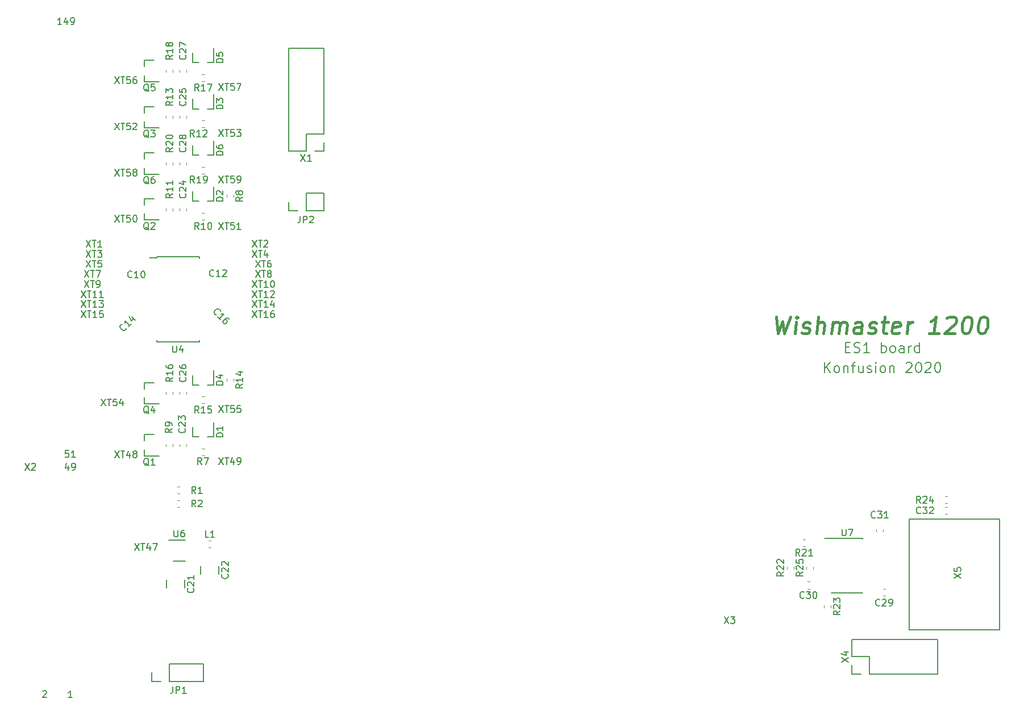
<source format=gto>
G04 #@! TF.GenerationSoftware,KiCad,Pcbnew,(5.1.5)-3*
G04 #@! TF.CreationDate,2020-03-16T17:52:28+03:00*
G04 #@! TF.ProjectId,WM1200,574d3132-3030-42e6-9b69-6361645f7063,rev?*
G04 #@! TF.SameCoordinates,Original*
G04 #@! TF.FileFunction,Legend,Top*
G04 #@! TF.FilePolarity,Positive*
%FSLAX46Y46*%
G04 Gerber Fmt 4.6, Leading zero omitted, Abs format (unit mm)*
G04 Created by KiCad (PCBNEW (5.1.5)-3) date 2020-03-16 17:52:28*
%MOMM*%
%LPD*%
G04 APERTURE LIST*
%ADD10C,0.200000*%
%ADD11C,0.400000*%
%ADD12C,0.150000*%
%ADD13C,0.120000*%
G04 APERTURE END LIST*
D10*
X225000000Y-96392857D02*
X225500000Y-96392857D01*
X225714285Y-97178571D02*
X225000000Y-97178571D01*
X225000000Y-95678571D01*
X225714285Y-95678571D01*
X226285714Y-97107142D02*
X226500000Y-97178571D01*
X226857142Y-97178571D01*
X227000000Y-97107142D01*
X227071428Y-97035714D01*
X227142857Y-96892857D01*
X227142857Y-96750000D01*
X227071428Y-96607142D01*
X227000000Y-96535714D01*
X226857142Y-96464285D01*
X226571428Y-96392857D01*
X226428571Y-96321428D01*
X226357142Y-96250000D01*
X226285714Y-96107142D01*
X226285714Y-95964285D01*
X226357142Y-95821428D01*
X226428571Y-95750000D01*
X226571428Y-95678571D01*
X226928571Y-95678571D01*
X227142857Y-95750000D01*
X228571428Y-97178571D02*
X227714285Y-97178571D01*
X228142857Y-97178571D02*
X228142857Y-95678571D01*
X228000000Y-95892857D01*
X227857142Y-96035714D01*
X227714285Y-96107142D01*
X230357142Y-97178571D02*
X230357142Y-95678571D01*
X230357142Y-96250000D02*
X230500000Y-96178571D01*
X230785714Y-96178571D01*
X230928571Y-96250000D01*
X231000000Y-96321428D01*
X231071428Y-96464285D01*
X231071428Y-96892857D01*
X231000000Y-97035714D01*
X230928571Y-97107142D01*
X230785714Y-97178571D01*
X230500000Y-97178571D01*
X230357142Y-97107142D01*
X231928571Y-97178571D02*
X231785714Y-97107142D01*
X231714285Y-97035714D01*
X231642857Y-96892857D01*
X231642857Y-96464285D01*
X231714285Y-96321428D01*
X231785714Y-96250000D01*
X231928571Y-96178571D01*
X232142857Y-96178571D01*
X232285714Y-96250000D01*
X232357142Y-96321428D01*
X232428571Y-96464285D01*
X232428571Y-96892857D01*
X232357142Y-97035714D01*
X232285714Y-97107142D01*
X232142857Y-97178571D01*
X231928571Y-97178571D01*
X233714285Y-97178571D02*
X233714285Y-96392857D01*
X233642857Y-96250000D01*
X233500000Y-96178571D01*
X233214285Y-96178571D01*
X233071428Y-96250000D01*
X233714285Y-97107142D02*
X233571428Y-97178571D01*
X233214285Y-97178571D01*
X233071428Y-97107142D01*
X233000000Y-96964285D01*
X233000000Y-96821428D01*
X233071428Y-96678571D01*
X233214285Y-96607142D01*
X233571428Y-96607142D01*
X233714285Y-96535714D01*
X234428571Y-97178571D02*
X234428571Y-96178571D01*
X234428571Y-96464285D02*
X234500000Y-96321428D01*
X234571428Y-96250000D01*
X234714285Y-96178571D01*
X234857142Y-96178571D01*
X236000000Y-97178571D02*
X236000000Y-95678571D01*
X236000000Y-97107142D02*
X235857142Y-97178571D01*
X235571428Y-97178571D01*
X235428571Y-97107142D01*
X235357142Y-97035714D01*
X235285714Y-96892857D01*
X235285714Y-96464285D01*
X235357142Y-96321428D01*
X235428571Y-96250000D01*
X235571428Y-96178571D01*
X235857142Y-96178571D01*
X236000000Y-96250000D01*
X221892857Y-100178571D02*
X221892857Y-98678571D01*
X222750000Y-100178571D02*
X222107142Y-99321428D01*
X222750000Y-98678571D02*
X221892857Y-99535714D01*
X223607142Y-100178571D02*
X223464285Y-100107142D01*
X223392857Y-100035714D01*
X223321428Y-99892857D01*
X223321428Y-99464285D01*
X223392857Y-99321428D01*
X223464285Y-99250000D01*
X223607142Y-99178571D01*
X223821428Y-99178571D01*
X223964285Y-99250000D01*
X224035714Y-99321428D01*
X224107142Y-99464285D01*
X224107142Y-99892857D01*
X224035714Y-100035714D01*
X223964285Y-100107142D01*
X223821428Y-100178571D01*
X223607142Y-100178571D01*
X224750000Y-99178571D02*
X224750000Y-100178571D01*
X224750000Y-99321428D02*
X224821428Y-99250000D01*
X224964285Y-99178571D01*
X225178571Y-99178571D01*
X225321428Y-99250000D01*
X225392857Y-99392857D01*
X225392857Y-100178571D01*
X225892857Y-99178571D02*
X226464285Y-99178571D01*
X226107142Y-100178571D02*
X226107142Y-98892857D01*
X226178571Y-98750000D01*
X226321428Y-98678571D01*
X226464285Y-98678571D01*
X227607142Y-99178571D02*
X227607142Y-100178571D01*
X226964285Y-99178571D02*
X226964285Y-99964285D01*
X227035714Y-100107142D01*
X227178571Y-100178571D01*
X227392857Y-100178571D01*
X227535714Y-100107142D01*
X227607142Y-100035714D01*
X228250000Y-100107142D02*
X228392857Y-100178571D01*
X228678571Y-100178571D01*
X228821428Y-100107142D01*
X228892857Y-99964285D01*
X228892857Y-99892857D01*
X228821428Y-99750000D01*
X228678571Y-99678571D01*
X228464285Y-99678571D01*
X228321428Y-99607142D01*
X228250000Y-99464285D01*
X228250000Y-99392857D01*
X228321428Y-99250000D01*
X228464285Y-99178571D01*
X228678571Y-99178571D01*
X228821428Y-99250000D01*
X229535714Y-100178571D02*
X229535714Y-99178571D01*
X229535714Y-98678571D02*
X229464285Y-98750000D01*
X229535714Y-98821428D01*
X229607142Y-98750000D01*
X229535714Y-98678571D01*
X229535714Y-98821428D01*
X230464285Y-100178571D02*
X230321428Y-100107142D01*
X230250000Y-100035714D01*
X230178571Y-99892857D01*
X230178571Y-99464285D01*
X230250000Y-99321428D01*
X230321428Y-99250000D01*
X230464285Y-99178571D01*
X230678571Y-99178571D01*
X230821428Y-99250000D01*
X230892857Y-99321428D01*
X230964285Y-99464285D01*
X230964285Y-99892857D01*
X230892857Y-100035714D01*
X230821428Y-100107142D01*
X230678571Y-100178571D01*
X230464285Y-100178571D01*
X231607142Y-99178571D02*
X231607142Y-100178571D01*
X231607142Y-99321428D02*
X231678571Y-99250000D01*
X231821428Y-99178571D01*
X232035714Y-99178571D01*
X232178571Y-99250000D01*
X232250000Y-99392857D01*
X232250000Y-100178571D01*
X234035714Y-98821428D02*
X234107142Y-98750000D01*
X234250000Y-98678571D01*
X234607142Y-98678571D01*
X234750000Y-98750000D01*
X234821428Y-98821428D01*
X234892857Y-98964285D01*
X234892857Y-99107142D01*
X234821428Y-99321428D01*
X233964285Y-100178571D01*
X234892857Y-100178571D01*
X235821428Y-98678571D02*
X235964285Y-98678571D01*
X236107142Y-98750000D01*
X236178571Y-98821428D01*
X236250000Y-98964285D01*
X236321428Y-99250000D01*
X236321428Y-99607142D01*
X236250000Y-99892857D01*
X236178571Y-100035714D01*
X236107142Y-100107142D01*
X235964285Y-100178571D01*
X235821428Y-100178571D01*
X235678571Y-100107142D01*
X235607142Y-100035714D01*
X235535714Y-99892857D01*
X235464285Y-99607142D01*
X235464285Y-99250000D01*
X235535714Y-98964285D01*
X235607142Y-98821428D01*
X235678571Y-98750000D01*
X235821428Y-98678571D01*
X236892857Y-98821428D02*
X236964285Y-98750000D01*
X237107142Y-98678571D01*
X237464285Y-98678571D01*
X237607142Y-98750000D01*
X237678571Y-98821428D01*
X237750000Y-98964285D01*
X237750000Y-99107142D01*
X237678571Y-99321428D01*
X236821428Y-100178571D01*
X237750000Y-100178571D01*
X238678571Y-98678571D02*
X238821428Y-98678571D01*
X238964285Y-98750000D01*
X239035714Y-98821428D01*
X239107142Y-98964285D01*
X239178571Y-99250000D01*
X239178571Y-99607142D01*
X239107142Y-99892857D01*
X239035714Y-100035714D01*
X238964285Y-100107142D01*
X238821428Y-100178571D01*
X238678571Y-100178571D01*
X238535714Y-100107142D01*
X238464285Y-100035714D01*
X238392857Y-99892857D01*
X238321428Y-99607142D01*
X238321428Y-99250000D01*
X238392857Y-98964285D01*
X238464285Y-98821428D01*
X238535714Y-98750000D01*
X238678571Y-98678571D01*
D11*
X214667648Y-91830952D02*
X214950386Y-94330952D01*
X215649791Y-92545238D01*
X215902767Y-94330952D01*
X216810505Y-91830952D01*
X217450386Y-94330952D02*
X217658720Y-92664285D01*
X217762886Y-91830952D02*
X217628958Y-91950000D01*
X217733125Y-92069047D01*
X217867053Y-91950000D01*
X217762886Y-91830952D01*
X217733125Y-92069047D01*
X218536696Y-94211904D02*
X218759910Y-94330952D01*
X219236101Y-94330952D01*
X219489077Y-94211904D01*
X219637886Y-93973809D01*
X219652767Y-93854761D01*
X219563482Y-93616666D01*
X219340267Y-93497619D01*
X218983125Y-93497619D01*
X218759910Y-93378571D01*
X218670625Y-93140476D01*
X218685505Y-93021428D01*
X218834315Y-92783333D01*
X219087291Y-92664285D01*
X219444434Y-92664285D01*
X219667648Y-92783333D01*
X220664672Y-94330952D02*
X220977172Y-91830952D01*
X221736101Y-94330952D02*
X221899791Y-93021428D01*
X221810505Y-92783333D01*
X221587291Y-92664285D01*
X221230148Y-92664285D01*
X220977172Y-92783333D01*
X220843244Y-92902380D01*
X222926577Y-94330952D02*
X223134910Y-92664285D01*
X223105148Y-92902380D02*
X223239077Y-92783333D01*
X223492053Y-92664285D01*
X223849196Y-92664285D01*
X224072410Y-92783333D01*
X224161696Y-93021428D01*
X223998005Y-94330952D01*
X224161696Y-93021428D02*
X224310505Y-92783333D01*
X224563482Y-92664285D01*
X224920625Y-92664285D01*
X225143839Y-92783333D01*
X225233125Y-93021428D01*
X225069434Y-94330952D01*
X227331339Y-94330952D02*
X227495029Y-93021428D01*
X227405744Y-92783333D01*
X227182529Y-92664285D01*
X226706339Y-92664285D01*
X226453363Y-92783333D01*
X227346220Y-94211904D02*
X227093244Y-94330952D01*
X226498005Y-94330952D01*
X226274791Y-94211904D01*
X226185505Y-93973809D01*
X226215267Y-93735714D01*
X226364077Y-93497619D01*
X226617053Y-93378571D01*
X227212291Y-93378571D01*
X227465267Y-93259523D01*
X228417648Y-94211904D02*
X228640863Y-94330952D01*
X229117053Y-94330952D01*
X229370029Y-94211904D01*
X229518839Y-93973809D01*
X229533720Y-93854761D01*
X229444434Y-93616666D01*
X229221220Y-93497619D01*
X228864077Y-93497619D01*
X228640863Y-93378571D01*
X228551577Y-93140476D01*
X228566458Y-93021428D01*
X228715267Y-92783333D01*
X228968244Y-92664285D01*
X229325386Y-92664285D01*
X229548601Y-92783333D01*
X230396815Y-92664285D02*
X231349196Y-92664285D01*
X230858125Y-91830952D02*
X230590267Y-93973809D01*
X230679553Y-94211904D01*
X230902767Y-94330952D01*
X231140863Y-94330952D01*
X232941458Y-94211904D02*
X232688482Y-94330952D01*
X232212291Y-94330952D01*
X231989077Y-94211904D01*
X231899791Y-93973809D01*
X232018839Y-93021428D01*
X232167648Y-92783333D01*
X232420625Y-92664285D01*
X232896815Y-92664285D01*
X233120029Y-92783333D01*
X233209315Y-93021428D01*
X233179553Y-93259523D01*
X231959315Y-93497619D01*
X234117053Y-94330952D02*
X234325386Y-92664285D01*
X234265863Y-93140476D02*
X234414672Y-92902380D01*
X234548601Y-92783333D01*
X234801577Y-92664285D01*
X235039672Y-92664285D01*
X238878958Y-94330952D02*
X237450386Y-94330952D01*
X238164672Y-94330952D02*
X238477172Y-91830952D01*
X238194434Y-92188095D01*
X237926577Y-92426190D01*
X237673601Y-92545238D01*
X240114077Y-92069047D02*
X240248005Y-91950000D01*
X240500982Y-91830952D01*
X241096220Y-91830952D01*
X241319434Y-91950000D01*
X241423601Y-92069047D01*
X241512886Y-92307142D01*
X241483125Y-92545238D01*
X241319434Y-92902380D01*
X239712291Y-94330952D01*
X241259910Y-94330952D01*
X243120029Y-91830952D02*
X243358125Y-91830952D01*
X243581339Y-91950000D01*
X243685505Y-92069047D01*
X243774791Y-92307142D01*
X243834315Y-92783333D01*
X243759910Y-93378571D01*
X243581339Y-93854761D01*
X243432529Y-94092857D01*
X243298601Y-94211904D01*
X243045625Y-94330952D01*
X242807529Y-94330952D01*
X242584315Y-94211904D01*
X242480148Y-94092857D01*
X242390863Y-93854761D01*
X242331339Y-93378571D01*
X242405744Y-92783333D01*
X242584315Y-92307142D01*
X242733125Y-92069047D01*
X242867053Y-91950000D01*
X243120029Y-91830952D01*
X245500982Y-91830952D02*
X245739077Y-91830952D01*
X245962291Y-91950000D01*
X246066458Y-92069047D01*
X246155744Y-92307142D01*
X246215267Y-92783333D01*
X246140863Y-93378571D01*
X245962291Y-93854761D01*
X245813482Y-94092857D01*
X245679553Y-94211904D01*
X245426577Y-94330952D01*
X245188482Y-94330952D01*
X244965267Y-94211904D01*
X244861101Y-94092857D01*
X244771815Y-93854761D01*
X244712291Y-93378571D01*
X244786696Y-92783333D01*
X244965267Y-92307142D01*
X245114077Y-92069047D01*
X245248005Y-91950000D01*
X245500982Y-91830952D01*
D12*
X128940000Y-128997936D02*
X128940000Y-130202064D01*
X131660000Y-128997936D02*
X131660000Y-130202064D01*
X123840000Y-131085436D02*
X123840000Y-132289564D01*
X126560000Y-131085436D02*
X126560000Y-132289564D01*
X127720000Y-67760000D02*
X128650000Y-67760000D01*
X130880000Y-67760000D02*
X129950000Y-67760000D01*
X130880000Y-67760000D02*
X130880000Y-65600000D01*
X127720000Y-67760000D02*
X127720000Y-66300000D01*
X127720000Y-53960000D02*
X128650000Y-53960000D01*
X130880000Y-53960000D02*
X129950000Y-53960000D01*
X130880000Y-53960000D02*
X130880000Y-51800000D01*
X127720000Y-53960000D02*
X127720000Y-52500000D01*
X127720000Y-102010000D02*
X128650000Y-102010000D01*
X130880000Y-102010000D02*
X129950000Y-102010000D01*
X130880000Y-102010000D02*
X130880000Y-99850000D01*
X127720000Y-102010000D02*
X127720000Y-100550000D01*
X127720000Y-60860000D02*
X128650000Y-60860000D01*
X130880000Y-60860000D02*
X129950000Y-60860000D01*
X130880000Y-60860000D02*
X130880000Y-58700000D01*
X127720000Y-60860000D02*
X127720000Y-59400000D01*
X127720000Y-74610000D02*
X128650000Y-74610000D01*
X130880000Y-74610000D02*
X129950000Y-74610000D01*
X130880000Y-74610000D02*
X130880000Y-72450000D01*
X127720000Y-74610000D02*
X127720000Y-73150000D01*
X127720000Y-109760000D02*
X128650000Y-109760000D01*
X130880000Y-109760000D02*
X129950000Y-109760000D01*
X130880000Y-109760000D02*
X130880000Y-107600000D01*
X127720000Y-109760000D02*
X127720000Y-108300000D01*
X124855001Y-128235001D02*
X126615001Y-128235001D01*
X126615001Y-125165001D02*
X124185001Y-125165001D01*
X120540000Y-67420000D02*
X120540000Y-68350000D01*
X120540000Y-70580000D02*
X120540000Y-69650000D01*
X120540000Y-70580000D02*
X122700000Y-70580000D01*
X120540000Y-67420000D02*
X122000000Y-67420000D01*
X120540000Y-53620000D02*
X120540000Y-54550000D01*
X120540000Y-56780000D02*
X120540000Y-55850000D01*
X120540000Y-56780000D02*
X122700000Y-56780000D01*
X120540000Y-53620000D02*
X122000000Y-53620000D01*
X120540000Y-101670000D02*
X120540000Y-102600000D01*
X120540000Y-104830000D02*
X120540000Y-103900000D01*
X120540000Y-104830000D02*
X122700000Y-104830000D01*
X120540000Y-101670000D02*
X122000000Y-101670000D01*
X120540000Y-60520000D02*
X120540000Y-61450000D01*
X120540000Y-63680000D02*
X120540000Y-62750000D01*
X120540000Y-63680000D02*
X122700000Y-63680000D01*
X120540000Y-60520000D02*
X122000000Y-60520000D01*
X120540000Y-74270000D02*
X120540000Y-75200000D01*
X120540000Y-77430000D02*
X120540000Y-76500000D01*
X120540000Y-77430000D02*
X122700000Y-77430000D01*
X120540000Y-74270000D02*
X122000000Y-74270000D01*
X120540000Y-109420000D02*
X120540000Y-110350000D01*
X120540000Y-112580000D02*
X120540000Y-111650000D01*
X120540000Y-112580000D02*
X122700000Y-112580000D01*
X120540000Y-109420000D02*
X122000000Y-109420000D01*
X238770000Y-145130000D02*
X238770000Y-139930000D01*
X228550000Y-145130000D02*
X238770000Y-145130000D01*
X225950000Y-139930000D02*
X238770000Y-139930000D01*
X228550000Y-145130000D02*
X228550000Y-142530000D01*
X228550000Y-142530000D02*
X225950000Y-142530000D01*
X225950000Y-142530000D02*
X225950000Y-139930000D01*
X227280000Y-145130000D02*
X225950000Y-145130000D01*
X225950000Y-145130000D02*
X225950000Y-143800000D01*
X147270000Y-67180000D02*
X145940000Y-67180000D01*
X147270000Y-65850000D02*
X147270000Y-67180000D01*
X144670000Y-67180000D02*
X142070000Y-67180000D01*
X144670000Y-64580000D02*
X144670000Y-67180000D01*
X147270000Y-64580000D02*
X144670000Y-64580000D01*
X142070000Y-67180000D02*
X142070000Y-51820000D01*
X147270000Y-64580000D02*
X147270000Y-51820000D01*
X147270000Y-51820000D02*
X142070000Y-51820000D01*
X147270000Y-76055000D02*
X147270000Y-73395000D01*
X144670000Y-76055000D02*
X147270000Y-76055000D01*
X144670000Y-73395000D02*
X147270000Y-73395000D01*
X144670000Y-76055000D02*
X144670000Y-73395000D01*
X143400000Y-76055000D02*
X142070000Y-76055000D01*
X142070000Y-76055000D02*
X142070000Y-74725000D01*
X129370000Y-146230000D02*
X129370000Y-143570000D01*
X124230000Y-146230000D02*
X129370000Y-146230000D01*
X124230000Y-143570000D02*
X129370000Y-143570000D01*
X124230000Y-146230000D02*
X124230000Y-143570000D01*
X122960000Y-146230000D02*
X121630000Y-146230000D01*
X121630000Y-146230000D02*
X121630000Y-144900000D01*
X122375000Y-83050000D02*
X121300000Y-83050000D01*
X122375000Y-95625000D02*
X128725000Y-95625000D01*
X122375000Y-82875000D02*
X128725000Y-82875000D01*
X122375000Y-95625000D02*
X122375000Y-95367500D01*
X128725000Y-95625000D02*
X128725000Y-95367500D01*
X128725000Y-82875000D02*
X128725000Y-83132500D01*
X122375000Y-82875000D02*
X122375000Y-83050000D01*
X234500000Y-122000000D02*
X247940000Y-122000000D01*
X234500000Y-138500000D02*
X247940000Y-138500000D01*
X234500000Y-138500000D02*
X234500000Y-122000000D01*
X247940000Y-121999880D02*
X247940000Y-138500000D01*
X222925000Y-133025000D02*
X227575000Y-133025000D01*
X221850000Y-124925000D02*
X227575000Y-124925000D01*
X222925000Y-133025000D02*
X222925000Y-133000000D01*
X227575000Y-133025000D02*
X227575000Y-133000000D01*
X227575000Y-124975000D02*
X227575000Y-125000000D01*
D13*
X220160000Y-129446267D02*
X220160000Y-129103733D01*
X219140000Y-129446267D02*
X219140000Y-129103733D01*
X240186266Y-118640000D02*
X239843732Y-118640000D01*
X240186266Y-119660000D02*
X239843732Y-119660000D01*
X221815000Y-134878733D02*
X221815000Y-135221267D01*
X222835000Y-134878733D02*
X222835000Y-135221267D01*
X217285000Y-129446267D02*
X217285000Y-129103733D01*
X216265000Y-129446267D02*
X216265000Y-129103733D01*
X219011267Y-125090000D02*
X218668733Y-125090000D01*
X219011267Y-126110000D02*
X218668733Y-126110000D01*
X124810000Y-69171267D02*
X124810000Y-68828733D01*
X123790000Y-69171267D02*
X123790000Y-68828733D01*
X129128733Y-70510000D02*
X129471267Y-70510000D01*
X129128733Y-69490000D02*
X129471267Y-69490000D01*
X124810000Y-55371267D02*
X124810000Y-55028733D01*
X123790000Y-55371267D02*
X123790000Y-55028733D01*
X129128733Y-56710000D02*
X129471267Y-56710000D01*
X129128733Y-55690000D02*
X129471267Y-55690000D01*
X124810000Y-103421267D02*
X124810000Y-103078733D01*
X123790000Y-103421267D02*
X123790000Y-103078733D01*
X129128733Y-104760000D02*
X129471267Y-104760000D01*
X129128733Y-103740000D02*
X129471267Y-103740000D01*
X132790000Y-101078733D02*
X132790000Y-101421267D01*
X133810000Y-101078733D02*
X133810000Y-101421267D01*
X124810000Y-62271267D02*
X124810000Y-61928733D01*
X123790000Y-62271267D02*
X123790000Y-61928733D01*
X129128733Y-63610000D02*
X129471267Y-63610000D01*
X129128733Y-62590000D02*
X129471267Y-62590000D01*
X124810000Y-76021267D02*
X124810000Y-75678733D01*
X123790000Y-76021267D02*
X123790000Y-75678733D01*
X129128733Y-77360000D02*
X129471267Y-77360000D01*
X129128733Y-76340000D02*
X129471267Y-76340000D01*
X124810000Y-111171267D02*
X124810000Y-110828733D01*
X123790000Y-111171267D02*
X123790000Y-110828733D01*
X132790000Y-73678733D02*
X132790000Y-74021267D01*
X133810000Y-73678733D02*
X133810000Y-74021267D01*
X129128733Y-112510000D02*
X129471267Y-112510000D01*
X129128733Y-111490000D02*
X129471267Y-111490000D01*
X125478733Y-120235000D02*
X125821267Y-120235000D01*
X125478733Y-119215000D02*
X125821267Y-119215000D01*
X125478733Y-118235000D02*
X125821267Y-118235000D01*
X125478733Y-117215000D02*
X125821267Y-117215000D01*
X130128733Y-126210000D02*
X130471267Y-126210000D01*
X130128733Y-125190000D02*
X130471267Y-125190000D01*
X240186266Y-120234999D02*
X239843732Y-120234999D01*
X240186266Y-121254999D02*
X239843732Y-121254999D01*
X230635000Y-123896267D02*
X230635000Y-123553733D01*
X229615000Y-123896267D02*
X229615000Y-123553733D01*
X219646267Y-131365000D02*
X219303733Y-131365000D01*
X219646267Y-132385000D02*
X219303733Y-132385000D01*
X230578733Y-133410000D02*
X230921267Y-133410000D01*
X230578733Y-132390000D02*
X230921267Y-132390000D01*
X125790000Y-68828733D02*
X125790000Y-69171267D01*
X126810000Y-68828733D02*
X126810000Y-69171267D01*
X125790000Y-55028733D02*
X125790000Y-55371267D01*
X126810000Y-55028733D02*
X126810000Y-55371267D01*
X125790000Y-103078733D02*
X125790000Y-103421267D01*
X126810000Y-103078733D02*
X126810000Y-103421267D01*
X125790000Y-61928733D02*
X125790000Y-62271267D01*
X126810000Y-61928733D02*
X126810000Y-62271267D01*
X125790000Y-75678733D02*
X125790000Y-76021267D01*
X126810000Y-75678733D02*
X126810000Y-76021267D01*
X125790000Y-110828733D02*
X125790000Y-111171267D01*
X126810000Y-110828733D02*
X126810000Y-111171267D01*
D12*
X132937142Y-130242857D02*
X132984761Y-130290476D01*
X133032380Y-130433333D01*
X133032380Y-130528571D01*
X132984761Y-130671428D01*
X132889523Y-130766666D01*
X132794285Y-130814285D01*
X132603809Y-130861904D01*
X132460952Y-130861904D01*
X132270476Y-130814285D01*
X132175238Y-130766666D01*
X132080000Y-130671428D01*
X132032380Y-130528571D01*
X132032380Y-130433333D01*
X132080000Y-130290476D01*
X132127619Y-130242857D01*
X132127619Y-129861904D02*
X132080000Y-129814285D01*
X132032380Y-129719047D01*
X132032380Y-129480952D01*
X132080000Y-129385714D01*
X132127619Y-129338095D01*
X132222857Y-129290476D01*
X132318095Y-129290476D01*
X132460952Y-129338095D01*
X133032380Y-129909523D01*
X133032380Y-129290476D01*
X132127619Y-128909523D02*
X132080000Y-128861904D01*
X132032380Y-128766666D01*
X132032380Y-128528571D01*
X132080000Y-128433333D01*
X132127619Y-128385714D01*
X132222857Y-128338095D01*
X132318095Y-128338095D01*
X132460952Y-128385714D01*
X133032380Y-128957142D01*
X133032380Y-128338095D01*
X127837142Y-132330357D02*
X127884761Y-132377976D01*
X127932380Y-132520833D01*
X127932380Y-132616071D01*
X127884761Y-132758928D01*
X127789523Y-132854166D01*
X127694285Y-132901785D01*
X127503809Y-132949404D01*
X127360952Y-132949404D01*
X127170476Y-132901785D01*
X127075238Y-132854166D01*
X126980000Y-132758928D01*
X126932380Y-132616071D01*
X126932380Y-132520833D01*
X126980000Y-132377976D01*
X127027619Y-132330357D01*
X127027619Y-131949404D02*
X126980000Y-131901785D01*
X126932380Y-131806547D01*
X126932380Y-131568452D01*
X126980000Y-131473214D01*
X127027619Y-131425595D01*
X127122857Y-131377976D01*
X127218095Y-131377976D01*
X127360952Y-131425595D01*
X127932380Y-131997023D01*
X127932380Y-131377976D01*
X127932380Y-130425595D02*
X127932380Y-130997023D01*
X127932380Y-130711309D02*
X126932380Y-130711309D01*
X127075238Y-130806547D01*
X127170476Y-130901785D01*
X127218095Y-130997023D01*
X132252380Y-67738095D02*
X131252380Y-67738095D01*
X131252380Y-67500000D01*
X131300000Y-67357142D01*
X131395238Y-67261904D01*
X131490476Y-67214285D01*
X131680952Y-67166666D01*
X131823809Y-67166666D01*
X132014285Y-67214285D01*
X132109523Y-67261904D01*
X132204761Y-67357142D01*
X132252380Y-67500000D01*
X132252380Y-67738095D01*
X131252380Y-66309523D02*
X131252380Y-66500000D01*
X131300000Y-66595238D01*
X131347619Y-66642857D01*
X131490476Y-66738095D01*
X131680952Y-66785714D01*
X132061904Y-66785714D01*
X132157142Y-66738095D01*
X132204761Y-66690476D01*
X132252380Y-66595238D01*
X132252380Y-66404761D01*
X132204761Y-66309523D01*
X132157142Y-66261904D01*
X132061904Y-66214285D01*
X131823809Y-66214285D01*
X131728571Y-66261904D01*
X131680952Y-66309523D01*
X131633333Y-66404761D01*
X131633333Y-66595238D01*
X131680952Y-66690476D01*
X131728571Y-66738095D01*
X131823809Y-66785714D01*
X132252380Y-53938095D02*
X131252380Y-53938095D01*
X131252380Y-53700000D01*
X131300000Y-53557142D01*
X131395238Y-53461904D01*
X131490476Y-53414285D01*
X131680952Y-53366666D01*
X131823809Y-53366666D01*
X132014285Y-53414285D01*
X132109523Y-53461904D01*
X132204761Y-53557142D01*
X132252380Y-53700000D01*
X132252380Y-53938095D01*
X131252380Y-52461904D02*
X131252380Y-52938095D01*
X131728571Y-52985714D01*
X131680952Y-52938095D01*
X131633333Y-52842857D01*
X131633333Y-52604761D01*
X131680952Y-52509523D01*
X131728571Y-52461904D01*
X131823809Y-52414285D01*
X132061904Y-52414285D01*
X132157142Y-52461904D01*
X132204761Y-52509523D01*
X132252380Y-52604761D01*
X132252380Y-52842857D01*
X132204761Y-52938095D01*
X132157142Y-52985714D01*
X132252380Y-101988095D02*
X131252380Y-101988095D01*
X131252380Y-101750000D01*
X131300000Y-101607142D01*
X131395238Y-101511904D01*
X131490476Y-101464285D01*
X131680952Y-101416666D01*
X131823809Y-101416666D01*
X132014285Y-101464285D01*
X132109523Y-101511904D01*
X132204761Y-101607142D01*
X132252380Y-101750000D01*
X132252380Y-101988095D01*
X131585714Y-100559523D02*
X132252380Y-100559523D01*
X131204761Y-100797619D02*
X131919047Y-101035714D01*
X131919047Y-100416666D01*
X132252380Y-60838095D02*
X131252380Y-60838095D01*
X131252380Y-60600000D01*
X131300000Y-60457142D01*
X131395238Y-60361904D01*
X131490476Y-60314285D01*
X131680952Y-60266666D01*
X131823809Y-60266666D01*
X132014285Y-60314285D01*
X132109523Y-60361904D01*
X132204761Y-60457142D01*
X132252380Y-60600000D01*
X132252380Y-60838095D01*
X131252380Y-59933333D02*
X131252380Y-59314285D01*
X131633333Y-59647619D01*
X131633333Y-59504761D01*
X131680952Y-59409523D01*
X131728571Y-59361904D01*
X131823809Y-59314285D01*
X132061904Y-59314285D01*
X132157142Y-59361904D01*
X132204761Y-59409523D01*
X132252380Y-59504761D01*
X132252380Y-59790476D01*
X132204761Y-59885714D01*
X132157142Y-59933333D01*
X132252380Y-74588095D02*
X131252380Y-74588095D01*
X131252380Y-74350000D01*
X131300000Y-74207142D01*
X131395238Y-74111904D01*
X131490476Y-74064285D01*
X131680952Y-74016666D01*
X131823809Y-74016666D01*
X132014285Y-74064285D01*
X132109523Y-74111904D01*
X132204761Y-74207142D01*
X132252380Y-74350000D01*
X132252380Y-74588095D01*
X131347619Y-73635714D02*
X131300000Y-73588095D01*
X131252380Y-73492857D01*
X131252380Y-73254761D01*
X131300000Y-73159523D01*
X131347619Y-73111904D01*
X131442857Y-73064285D01*
X131538095Y-73064285D01*
X131680952Y-73111904D01*
X132252380Y-73683333D01*
X132252380Y-73064285D01*
X132252380Y-109738095D02*
X131252380Y-109738095D01*
X131252380Y-109500000D01*
X131300000Y-109357142D01*
X131395238Y-109261904D01*
X131490476Y-109214285D01*
X131680952Y-109166666D01*
X131823809Y-109166666D01*
X132014285Y-109214285D01*
X132109523Y-109261904D01*
X132204761Y-109357142D01*
X132252380Y-109500000D01*
X132252380Y-109738095D01*
X132252380Y-108214285D02*
X132252380Y-108785714D01*
X132252380Y-108500000D02*
X131252380Y-108500000D01*
X131395238Y-108595238D01*
X131490476Y-108690476D01*
X131538095Y-108785714D01*
X124973096Y-123677381D02*
X124973096Y-124486905D01*
X125020715Y-124582143D01*
X125068334Y-124629762D01*
X125163572Y-124677381D01*
X125354048Y-124677381D01*
X125449286Y-124629762D01*
X125496905Y-124582143D01*
X125544524Y-124486905D01*
X125544524Y-123677381D01*
X126449286Y-123677381D02*
X126258810Y-123677381D01*
X126163572Y-123725001D01*
X126115953Y-123772620D01*
X126020715Y-123915477D01*
X125973096Y-124105953D01*
X125973096Y-124486905D01*
X126020715Y-124582143D01*
X126068334Y-124629762D01*
X126163572Y-124677381D01*
X126354048Y-124677381D01*
X126449286Y-124629762D01*
X126496905Y-124582143D01*
X126544524Y-124486905D01*
X126544524Y-124248810D01*
X126496905Y-124153572D01*
X126449286Y-124105953D01*
X126354048Y-124058334D01*
X126163572Y-124058334D01*
X126068334Y-124105953D01*
X126020715Y-124153572D01*
X125973096Y-124248810D01*
X121204761Y-72047619D02*
X121109523Y-72000000D01*
X121014285Y-71904761D01*
X120871428Y-71761904D01*
X120776190Y-71714285D01*
X120680952Y-71714285D01*
X120728571Y-71952380D02*
X120633333Y-71904761D01*
X120538095Y-71809523D01*
X120490476Y-71619047D01*
X120490476Y-71285714D01*
X120538095Y-71095238D01*
X120633333Y-71000000D01*
X120728571Y-70952380D01*
X120919047Y-70952380D01*
X121014285Y-71000000D01*
X121109523Y-71095238D01*
X121157142Y-71285714D01*
X121157142Y-71619047D01*
X121109523Y-71809523D01*
X121014285Y-71904761D01*
X120919047Y-71952380D01*
X120728571Y-71952380D01*
X122014285Y-70952380D02*
X121823809Y-70952380D01*
X121728571Y-71000000D01*
X121680952Y-71047619D01*
X121585714Y-71190476D01*
X121538095Y-71380952D01*
X121538095Y-71761904D01*
X121585714Y-71857142D01*
X121633333Y-71904761D01*
X121728571Y-71952380D01*
X121919047Y-71952380D01*
X122014285Y-71904761D01*
X122061904Y-71857142D01*
X122109523Y-71761904D01*
X122109523Y-71523809D01*
X122061904Y-71428571D01*
X122014285Y-71380952D01*
X121919047Y-71333333D01*
X121728571Y-71333333D01*
X121633333Y-71380952D01*
X121585714Y-71428571D01*
X121538095Y-71523809D01*
X121204761Y-58247619D02*
X121109523Y-58200000D01*
X121014285Y-58104761D01*
X120871428Y-57961904D01*
X120776190Y-57914285D01*
X120680952Y-57914285D01*
X120728571Y-58152380D02*
X120633333Y-58104761D01*
X120538095Y-58009523D01*
X120490476Y-57819047D01*
X120490476Y-57485714D01*
X120538095Y-57295238D01*
X120633333Y-57200000D01*
X120728571Y-57152380D01*
X120919047Y-57152380D01*
X121014285Y-57200000D01*
X121109523Y-57295238D01*
X121157142Y-57485714D01*
X121157142Y-57819047D01*
X121109523Y-58009523D01*
X121014285Y-58104761D01*
X120919047Y-58152380D01*
X120728571Y-58152380D01*
X122061904Y-57152380D02*
X121585714Y-57152380D01*
X121538095Y-57628571D01*
X121585714Y-57580952D01*
X121680952Y-57533333D01*
X121919047Y-57533333D01*
X122014285Y-57580952D01*
X122061904Y-57628571D01*
X122109523Y-57723809D01*
X122109523Y-57961904D01*
X122061904Y-58057142D01*
X122014285Y-58104761D01*
X121919047Y-58152380D01*
X121680952Y-58152380D01*
X121585714Y-58104761D01*
X121538095Y-58057142D01*
X121204761Y-106297619D02*
X121109523Y-106250000D01*
X121014285Y-106154761D01*
X120871428Y-106011904D01*
X120776190Y-105964285D01*
X120680952Y-105964285D01*
X120728571Y-106202380D02*
X120633333Y-106154761D01*
X120538095Y-106059523D01*
X120490476Y-105869047D01*
X120490476Y-105535714D01*
X120538095Y-105345238D01*
X120633333Y-105250000D01*
X120728571Y-105202380D01*
X120919047Y-105202380D01*
X121014285Y-105250000D01*
X121109523Y-105345238D01*
X121157142Y-105535714D01*
X121157142Y-105869047D01*
X121109523Y-106059523D01*
X121014285Y-106154761D01*
X120919047Y-106202380D01*
X120728571Y-106202380D01*
X122014285Y-105535714D02*
X122014285Y-106202380D01*
X121776190Y-105154761D02*
X121538095Y-105869047D01*
X122157142Y-105869047D01*
X121204761Y-65147619D02*
X121109523Y-65100000D01*
X121014285Y-65004761D01*
X120871428Y-64861904D01*
X120776190Y-64814285D01*
X120680952Y-64814285D01*
X120728571Y-65052380D02*
X120633333Y-65004761D01*
X120538095Y-64909523D01*
X120490476Y-64719047D01*
X120490476Y-64385714D01*
X120538095Y-64195238D01*
X120633333Y-64100000D01*
X120728571Y-64052380D01*
X120919047Y-64052380D01*
X121014285Y-64100000D01*
X121109523Y-64195238D01*
X121157142Y-64385714D01*
X121157142Y-64719047D01*
X121109523Y-64909523D01*
X121014285Y-65004761D01*
X120919047Y-65052380D01*
X120728571Y-65052380D01*
X121490476Y-64052380D02*
X122109523Y-64052380D01*
X121776190Y-64433333D01*
X121919047Y-64433333D01*
X122014285Y-64480952D01*
X122061904Y-64528571D01*
X122109523Y-64623809D01*
X122109523Y-64861904D01*
X122061904Y-64957142D01*
X122014285Y-65004761D01*
X121919047Y-65052380D01*
X121633333Y-65052380D01*
X121538095Y-65004761D01*
X121490476Y-64957142D01*
X121204761Y-78897619D02*
X121109523Y-78850000D01*
X121014285Y-78754761D01*
X120871428Y-78611904D01*
X120776190Y-78564285D01*
X120680952Y-78564285D01*
X120728571Y-78802380D02*
X120633333Y-78754761D01*
X120538095Y-78659523D01*
X120490476Y-78469047D01*
X120490476Y-78135714D01*
X120538095Y-77945238D01*
X120633333Y-77850000D01*
X120728571Y-77802380D01*
X120919047Y-77802380D01*
X121014285Y-77850000D01*
X121109523Y-77945238D01*
X121157142Y-78135714D01*
X121157142Y-78469047D01*
X121109523Y-78659523D01*
X121014285Y-78754761D01*
X120919047Y-78802380D01*
X120728571Y-78802380D01*
X121538095Y-77897619D02*
X121585714Y-77850000D01*
X121680952Y-77802380D01*
X121919047Y-77802380D01*
X122014285Y-77850000D01*
X122061904Y-77897619D01*
X122109523Y-77992857D01*
X122109523Y-78088095D01*
X122061904Y-78230952D01*
X121490476Y-78802380D01*
X122109523Y-78802380D01*
X121204761Y-114047619D02*
X121109523Y-114000000D01*
X121014285Y-113904761D01*
X120871428Y-113761904D01*
X120776190Y-113714285D01*
X120680952Y-113714285D01*
X120728571Y-113952380D02*
X120633333Y-113904761D01*
X120538095Y-113809523D01*
X120490476Y-113619047D01*
X120490476Y-113285714D01*
X120538095Y-113095238D01*
X120633333Y-113000000D01*
X120728571Y-112952380D01*
X120919047Y-112952380D01*
X121014285Y-113000000D01*
X121109523Y-113095238D01*
X121157142Y-113285714D01*
X121157142Y-113619047D01*
X121109523Y-113809523D01*
X121014285Y-113904761D01*
X120919047Y-113952380D01*
X120728571Y-113952380D01*
X122109523Y-113952380D02*
X121538095Y-113952380D01*
X121823809Y-113952380D02*
X121823809Y-112952380D01*
X121728571Y-113095238D01*
X121633333Y-113190476D01*
X121538095Y-113238095D01*
X224402380Y-143339523D02*
X225402380Y-142672857D01*
X224402380Y-142672857D02*
X225402380Y-143339523D01*
X224735714Y-141863333D02*
X225402380Y-141863333D01*
X224354761Y-142101428D02*
X225069047Y-142339523D01*
X225069047Y-141720476D01*
X143860476Y-67632380D02*
X144527142Y-68632380D01*
X144527142Y-67632380D02*
X143860476Y-68632380D01*
X145431904Y-68632380D02*
X144860476Y-68632380D01*
X145146190Y-68632380D02*
X145146190Y-67632380D01*
X145050952Y-67775238D01*
X144955714Y-67870476D01*
X144860476Y-67918095D01*
X143736666Y-76852380D02*
X143736666Y-77566666D01*
X143689047Y-77709523D01*
X143593809Y-77804761D01*
X143450952Y-77852380D01*
X143355714Y-77852380D01*
X144212857Y-77852380D02*
X144212857Y-76852380D01*
X144593809Y-76852380D01*
X144689047Y-76900000D01*
X144736666Y-76947619D01*
X144784285Y-77042857D01*
X144784285Y-77185714D01*
X144736666Y-77280952D01*
X144689047Y-77328571D01*
X144593809Y-77376190D01*
X144212857Y-77376190D01*
X145165238Y-76947619D02*
X145212857Y-76900000D01*
X145308095Y-76852380D01*
X145546190Y-76852380D01*
X145641428Y-76900000D01*
X145689047Y-76947619D01*
X145736666Y-77042857D01*
X145736666Y-77138095D01*
X145689047Y-77280952D01*
X145117619Y-77852380D01*
X145736666Y-77852380D01*
X124776666Y-146982380D02*
X124776666Y-147696666D01*
X124729047Y-147839523D01*
X124633809Y-147934761D01*
X124490952Y-147982380D01*
X124395714Y-147982380D01*
X125252857Y-147982380D02*
X125252857Y-146982380D01*
X125633809Y-146982380D01*
X125729047Y-147030000D01*
X125776666Y-147077619D01*
X125824285Y-147172857D01*
X125824285Y-147315714D01*
X125776666Y-147410952D01*
X125729047Y-147458571D01*
X125633809Y-147506190D01*
X125252857Y-147506190D01*
X126776666Y-147982380D02*
X126205238Y-147982380D01*
X126490952Y-147982380D02*
X126490952Y-146982380D01*
X126395714Y-147125238D01*
X126300476Y-147220476D01*
X126205238Y-147268095D01*
X206940476Y-136552380D02*
X207607142Y-137552380D01*
X207607142Y-136552380D02*
X206940476Y-137552380D01*
X207892857Y-136552380D02*
X208511904Y-136552380D01*
X208178571Y-136933333D01*
X208321428Y-136933333D01*
X208416666Y-136980952D01*
X208464285Y-137028571D01*
X208511904Y-137123809D01*
X208511904Y-137361904D01*
X208464285Y-137457142D01*
X208416666Y-137504761D01*
X208321428Y-137552380D01*
X208035714Y-137552380D01*
X207940476Y-137504761D01*
X207892857Y-137457142D01*
X119133333Y-125647380D02*
X119800000Y-126647380D01*
X119800000Y-125647380D02*
X119133333Y-126647380D01*
X120038095Y-125647380D02*
X120609523Y-125647380D01*
X120323809Y-126647380D02*
X120323809Y-125647380D01*
X121371428Y-125980714D02*
X121371428Y-126647380D01*
X121133333Y-125599761D02*
X120895238Y-126314047D01*
X121514285Y-126314047D01*
X121800000Y-125647380D02*
X122466666Y-125647380D01*
X122038095Y-126647380D01*
X131267893Y-91572969D02*
X131200549Y-91572969D01*
X131065862Y-91505625D01*
X130998519Y-91438282D01*
X130931175Y-91303595D01*
X130931175Y-91168908D01*
X130964847Y-91067893D01*
X131065862Y-90899534D01*
X131166877Y-90798519D01*
X131335236Y-90697503D01*
X131436251Y-90663832D01*
X131570938Y-90663832D01*
X131705625Y-90731175D01*
X131772969Y-90798519D01*
X131840312Y-90933206D01*
X131840312Y-91000549D01*
X131873984Y-92313748D02*
X131469923Y-91909687D01*
X131671954Y-92111717D02*
X132379061Y-91404610D01*
X132210702Y-91438282D01*
X132076015Y-91438282D01*
X131975000Y-91404610D01*
X133187183Y-92212732D02*
X133052496Y-92078045D01*
X132951480Y-92044374D01*
X132884137Y-92044374D01*
X132715778Y-92078045D01*
X132547419Y-92179061D01*
X132278045Y-92448435D01*
X132244374Y-92549450D01*
X132244374Y-92616793D01*
X132278045Y-92717809D01*
X132412732Y-92852496D01*
X132513748Y-92886167D01*
X132581091Y-92886167D01*
X132682106Y-92852496D01*
X132850465Y-92684137D01*
X132884137Y-92583122D01*
X132884137Y-92515778D01*
X132850465Y-92414763D01*
X132715778Y-92280076D01*
X132614763Y-92246404D01*
X132547419Y-92246404D01*
X132446404Y-92280076D01*
X117830654Y-93549791D02*
X117830654Y-93617135D01*
X117763310Y-93751822D01*
X117695967Y-93819165D01*
X117561280Y-93886509D01*
X117426593Y-93886509D01*
X117325578Y-93852837D01*
X117157219Y-93751822D01*
X117056204Y-93650807D01*
X116955188Y-93482448D01*
X116921517Y-93381433D01*
X116921517Y-93246746D01*
X116988860Y-93112059D01*
X117056204Y-93044715D01*
X117190891Y-92977372D01*
X117258234Y-92977372D01*
X118571433Y-92943700D02*
X118167372Y-93347761D01*
X118369402Y-93145730D02*
X117662295Y-92438623D01*
X117695967Y-92606982D01*
X117695967Y-92741669D01*
X117662295Y-92842685D01*
X118706120Y-91866204D02*
X119177524Y-92337608D01*
X118268387Y-91765188D02*
X118605104Y-92438623D01*
X119042837Y-92000891D01*
X130867142Y-85757142D02*
X130819523Y-85804761D01*
X130676666Y-85852380D01*
X130581428Y-85852380D01*
X130438571Y-85804761D01*
X130343333Y-85709523D01*
X130295714Y-85614285D01*
X130248095Y-85423809D01*
X130248095Y-85280952D01*
X130295714Y-85090476D01*
X130343333Y-84995238D01*
X130438571Y-84900000D01*
X130581428Y-84852380D01*
X130676666Y-84852380D01*
X130819523Y-84900000D01*
X130867142Y-84947619D01*
X131819523Y-85852380D02*
X131248095Y-85852380D01*
X131533809Y-85852380D02*
X131533809Y-84852380D01*
X131438571Y-84995238D01*
X131343333Y-85090476D01*
X131248095Y-85138095D01*
X132200476Y-84947619D02*
X132248095Y-84900000D01*
X132343333Y-84852380D01*
X132581428Y-84852380D01*
X132676666Y-84900000D01*
X132724285Y-84947619D01*
X132771904Y-85042857D01*
X132771904Y-85138095D01*
X132724285Y-85280952D01*
X132152857Y-85852380D01*
X132771904Y-85852380D01*
X118692142Y-85937142D02*
X118644523Y-85984761D01*
X118501666Y-86032380D01*
X118406428Y-86032380D01*
X118263571Y-85984761D01*
X118168333Y-85889523D01*
X118120714Y-85794285D01*
X118073095Y-85603809D01*
X118073095Y-85460952D01*
X118120714Y-85270476D01*
X118168333Y-85175238D01*
X118263571Y-85080000D01*
X118406428Y-85032380D01*
X118501666Y-85032380D01*
X118644523Y-85080000D01*
X118692142Y-85127619D01*
X119644523Y-86032380D02*
X119073095Y-86032380D01*
X119358809Y-86032380D02*
X119358809Y-85032380D01*
X119263571Y-85175238D01*
X119168333Y-85270476D01*
X119073095Y-85318095D01*
X120263571Y-85032380D02*
X120358809Y-85032380D01*
X120454047Y-85080000D01*
X120501666Y-85127619D01*
X120549285Y-85222857D01*
X120596904Y-85413333D01*
X120596904Y-85651428D01*
X120549285Y-85841904D01*
X120501666Y-85937142D01*
X120454047Y-85984761D01*
X120358809Y-86032380D01*
X120263571Y-86032380D01*
X120168333Y-85984761D01*
X120120714Y-85937142D01*
X120073095Y-85841904D01*
X120025476Y-85651428D01*
X120025476Y-85413333D01*
X120073095Y-85222857D01*
X120120714Y-85127619D01*
X120168333Y-85080000D01*
X120263571Y-85032380D01*
X124763095Y-96152380D02*
X124763095Y-96961904D01*
X124810714Y-97057142D01*
X124858333Y-97104761D01*
X124953571Y-97152380D01*
X125144047Y-97152380D01*
X125239285Y-97104761D01*
X125286904Y-97057142D01*
X125334523Y-96961904D01*
X125334523Y-96152380D01*
X126239285Y-96485714D02*
X126239285Y-97152380D01*
X126001190Y-96104761D02*
X125763095Y-96819047D01*
X126382142Y-96819047D01*
X131633333Y-70857380D02*
X132300000Y-71857380D01*
X132300000Y-70857380D02*
X131633333Y-71857380D01*
X132538095Y-70857380D02*
X133109523Y-70857380D01*
X132823809Y-71857380D02*
X132823809Y-70857380D01*
X133919047Y-70857380D02*
X133442857Y-70857380D01*
X133395238Y-71333571D01*
X133442857Y-71285952D01*
X133538095Y-71238333D01*
X133776190Y-71238333D01*
X133871428Y-71285952D01*
X133919047Y-71333571D01*
X133966666Y-71428809D01*
X133966666Y-71666904D01*
X133919047Y-71762142D01*
X133871428Y-71809761D01*
X133776190Y-71857380D01*
X133538095Y-71857380D01*
X133442857Y-71809761D01*
X133395238Y-71762142D01*
X134442857Y-71857380D02*
X134633333Y-71857380D01*
X134728571Y-71809761D01*
X134776190Y-71762142D01*
X134871428Y-71619285D01*
X134919047Y-71428809D01*
X134919047Y-71047857D01*
X134871428Y-70952619D01*
X134823809Y-70905000D01*
X134728571Y-70857380D01*
X134538095Y-70857380D01*
X134442857Y-70905000D01*
X134395238Y-70952619D01*
X134347619Y-71047857D01*
X134347619Y-71285952D01*
X134395238Y-71381190D01*
X134442857Y-71428809D01*
X134538095Y-71476428D01*
X134728571Y-71476428D01*
X134823809Y-71428809D01*
X134871428Y-71381190D01*
X134919047Y-71285952D01*
X116133333Y-69857380D02*
X116800000Y-70857380D01*
X116800000Y-69857380D02*
X116133333Y-70857380D01*
X117038095Y-69857380D02*
X117609523Y-69857380D01*
X117323809Y-70857380D02*
X117323809Y-69857380D01*
X118419047Y-69857380D02*
X117942857Y-69857380D01*
X117895238Y-70333571D01*
X117942857Y-70285952D01*
X118038095Y-70238333D01*
X118276190Y-70238333D01*
X118371428Y-70285952D01*
X118419047Y-70333571D01*
X118466666Y-70428809D01*
X118466666Y-70666904D01*
X118419047Y-70762142D01*
X118371428Y-70809761D01*
X118276190Y-70857380D01*
X118038095Y-70857380D01*
X117942857Y-70809761D01*
X117895238Y-70762142D01*
X119038095Y-70285952D02*
X118942857Y-70238333D01*
X118895238Y-70190714D01*
X118847619Y-70095476D01*
X118847619Y-70047857D01*
X118895238Y-69952619D01*
X118942857Y-69905000D01*
X119038095Y-69857380D01*
X119228571Y-69857380D01*
X119323809Y-69905000D01*
X119371428Y-69952619D01*
X119419047Y-70047857D01*
X119419047Y-70095476D01*
X119371428Y-70190714D01*
X119323809Y-70238333D01*
X119228571Y-70285952D01*
X119038095Y-70285952D01*
X118942857Y-70333571D01*
X118895238Y-70381190D01*
X118847619Y-70476428D01*
X118847619Y-70666904D01*
X118895238Y-70762142D01*
X118942857Y-70809761D01*
X119038095Y-70857380D01*
X119228571Y-70857380D01*
X119323809Y-70809761D01*
X119371428Y-70762142D01*
X119419047Y-70666904D01*
X119419047Y-70476428D01*
X119371428Y-70381190D01*
X119323809Y-70333571D01*
X119228571Y-70285952D01*
X131633333Y-57057380D02*
X132300000Y-58057380D01*
X132300000Y-57057380D02*
X131633333Y-58057380D01*
X132538095Y-57057380D02*
X133109523Y-57057380D01*
X132823809Y-58057380D02*
X132823809Y-57057380D01*
X133919047Y-57057380D02*
X133442857Y-57057380D01*
X133395238Y-57533571D01*
X133442857Y-57485952D01*
X133538095Y-57438333D01*
X133776190Y-57438333D01*
X133871428Y-57485952D01*
X133919047Y-57533571D01*
X133966666Y-57628809D01*
X133966666Y-57866904D01*
X133919047Y-57962142D01*
X133871428Y-58009761D01*
X133776190Y-58057380D01*
X133538095Y-58057380D01*
X133442857Y-58009761D01*
X133395238Y-57962142D01*
X134300000Y-57057380D02*
X134966666Y-57057380D01*
X134538095Y-58057380D01*
X116133333Y-56057380D02*
X116800000Y-57057380D01*
X116800000Y-56057380D02*
X116133333Y-57057380D01*
X117038095Y-56057380D02*
X117609523Y-56057380D01*
X117323809Y-57057380D02*
X117323809Y-56057380D01*
X118419047Y-56057380D02*
X117942857Y-56057380D01*
X117895238Y-56533571D01*
X117942857Y-56485952D01*
X118038095Y-56438333D01*
X118276190Y-56438333D01*
X118371428Y-56485952D01*
X118419047Y-56533571D01*
X118466666Y-56628809D01*
X118466666Y-56866904D01*
X118419047Y-56962142D01*
X118371428Y-57009761D01*
X118276190Y-57057380D01*
X118038095Y-57057380D01*
X117942857Y-57009761D01*
X117895238Y-56962142D01*
X119323809Y-56057380D02*
X119133333Y-56057380D01*
X119038095Y-56105000D01*
X118990476Y-56152619D01*
X118895238Y-56295476D01*
X118847619Y-56485952D01*
X118847619Y-56866904D01*
X118895238Y-56962142D01*
X118942857Y-57009761D01*
X119038095Y-57057380D01*
X119228571Y-57057380D01*
X119323809Y-57009761D01*
X119371428Y-56962142D01*
X119419047Y-56866904D01*
X119419047Y-56628809D01*
X119371428Y-56533571D01*
X119323809Y-56485952D01*
X119228571Y-56438333D01*
X119038095Y-56438333D01*
X118942857Y-56485952D01*
X118895238Y-56533571D01*
X118847619Y-56628809D01*
X131633333Y-105107380D02*
X132300000Y-106107380D01*
X132300000Y-105107380D02*
X131633333Y-106107380D01*
X132538095Y-105107380D02*
X133109523Y-105107380D01*
X132823809Y-106107380D02*
X132823809Y-105107380D01*
X133919047Y-105107380D02*
X133442857Y-105107380D01*
X133395238Y-105583571D01*
X133442857Y-105535952D01*
X133538095Y-105488333D01*
X133776190Y-105488333D01*
X133871428Y-105535952D01*
X133919047Y-105583571D01*
X133966666Y-105678809D01*
X133966666Y-105916904D01*
X133919047Y-106012142D01*
X133871428Y-106059761D01*
X133776190Y-106107380D01*
X133538095Y-106107380D01*
X133442857Y-106059761D01*
X133395238Y-106012142D01*
X134871428Y-105107380D02*
X134395238Y-105107380D01*
X134347619Y-105583571D01*
X134395238Y-105535952D01*
X134490476Y-105488333D01*
X134728571Y-105488333D01*
X134823809Y-105535952D01*
X134871428Y-105583571D01*
X134919047Y-105678809D01*
X134919047Y-105916904D01*
X134871428Y-106012142D01*
X134823809Y-106059761D01*
X134728571Y-106107380D01*
X134490476Y-106107380D01*
X134395238Y-106059761D01*
X134347619Y-106012142D01*
X114133333Y-104107380D02*
X114800000Y-105107380D01*
X114800000Y-104107380D02*
X114133333Y-105107380D01*
X115038095Y-104107380D02*
X115609523Y-104107380D01*
X115323809Y-105107380D02*
X115323809Y-104107380D01*
X116419047Y-104107380D02*
X115942857Y-104107380D01*
X115895238Y-104583571D01*
X115942857Y-104535952D01*
X116038095Y-104488333D01*
X116276190Y-104488333D01*
X116371428Y-104535952D01*
X116419047Y-104583571D01*
X116466666Y-104678809D01*
X116466666Y-104916904D01*
X116419047Y-105012142D01*
X116371428Y-105059761D01*
X116276190Y-105107380D01*
X116038095Y-105107380D01*
X115942857Y-105059761D01*
X115895238Y-105012142D01*
X117323809Y-104440714D02*
X117323809Y-105107380D01*
X117085714Y-104059761D02*
X116847619Y-104774047D01*
X117466666Y-104774047D01*
X131633333Y-63957380D02*
X132300000Y-64957380D01*
X132300000Y-63957380D02*
X131633333Y-64957380D01*
X132538095Y-63957380D02*
X133109523Y-63957380D01*
X132823809Y-64957380D02*
X132823809Y-63957380D01*
X133919047Y-63957380D02*
X133442857Y-63957380D01*
X133395238Y-64433571D01*
X133442857Y-64385952D01*
X133538095Y-64338333D01*
X133776190Y-64338333D01*
X133871428Y-64385952D01*
X133919047Y-64433571D01*
X133966666Y-64528809D01*
X133966666Y-64766904D01*
X133919047Y-64862142D01*
X133871428Y-64909761D01*
X133776190Y-64957380D01*
X133538095Y-64957380D01*
X133442857Y-64909761D01*
X133395238Y-64862142D01*
X134300000Y-63957380D02*
X134919047Y-63957380D01*
X134585714Y-64338333D01*
X134728571Y-64338333D01*
X134823809Y-64385952D01*
X134871428Y-64433571D01*
X134919047Y-64528809D01*
X134919047Y-64766904D01*
X134871428Y-64862142D01*
X134823809Y-64909761D01*
X134728571Y-64957380D01*
X134442857Y-64957380D01*
X134347619Y-64909761D01*
X134300000Y-64862142D01*
X116133333Y-62957380D02*
X116800000Y-63957380D01*
X116800000Y-62957380D02*
X116133333Y-63957380D01*
X117038095Y-62957380D02*
X117609523Y-62957380D01*
X117323809Y-63957380D02*
X117323809Y-62957380D01*
X118419047Y-62957380D02*
X117942857Y-62957380D01*
X117895238Y-63433571D01*
X117942857Y-63385952D01*
X118038095Y-63338333D01*
X118276190Y-63338333D01*
X118371428Y-63385952D01*
X118419047Y-63433571D01*
X118466666Y-63528809D01*
X118466666Y-63766904D01*
X118419047Y-63862142D01*
X118371428Y-63909761D01*
X118276190Y-63957380D01*
X118038095Y-63957380D01*
X117942857Y-63909761D01*
X117895238Y-63862142D01*
X118847619Y-63052619D02*
X118895238Y-63005000D01*
X118990476Y-62957380D01*
X119228571Y-62957380D01*
X119323809Y-63005000D01*
X119371428Y-63052619D01*
X119419047Y-63147857D01*
X119419047Y-63243095D01*
X119371428Y-63385952D01*
X118800000Y-63957380D01*
X119419047Y-63957380D01*
X131633333Y-77802380D02*
X132300000Y-78802380D01*
X132300000Y-77802380D02*
X131633333Y-78802380D01*
X132538095Y-77802380D02*
X133109523Y-77802380D01*
X132823809Y-78802380D02*
X132823809Y-77802380D01*
X133919047Y-77802380D02*
X133442857Y-77802380D01*
X133395238Y-78278571D01*
X133442857Y-78230952D01*
X133538095Y-78183333D01*
X133776190Y-78183333D01*
X133871428Y-78230952D01*
X133919047Y-78278571D01*
X133966666Y-78373809D01*
X133966666Y-78611904D01*
X133919047Y-78707142D01*
X133871428Y-78754761D01*
X133776190Y-78802380D01*
X133538095Y-78802380D01*
X133442857Y-78754761D01*
X133395238Y-78707142D01*
X134919047Y-78802380D02*
X134347619Y-78802380D01*
X134633333Y-78802380D02*
X134633333Y-77802380D01*
X134538095Y-77945238D01*
X134442857Y-78040476D01*
X134347619Y-78088095D01*
X116133333Y-76707380D02*
X116800000Y-77707380D01*
X116800000Y-76707380D02*
X116133333Y-77707380D01*
X117038095Y-76707380D02*
X117609523Y-76707380D01*
X117323809Y-77707380D02*
X117323809Y-76707380D01*
X118419047Y-76707380D02*
X117942857Y-76707380D01*
X117895238Y-77183571D01*
X117942857Y-77135952D01*
X118038095Y-77088333D01*
X118276190Y-77088333D01*
X118371428Y-77135952D01*
X118419047Y-77183571D01*
X118466666Y-77278809D01*
X118466666Y-77516904D01*
X118419047Y-77612142D01*
X118371428Y-77659761D01*
X118276190Y-77707380D01*
X118038095Y-77707380D01*
X117942857Y-77659761D01*
X117895238Y-77612142D01*
X119085714Y-76707380D02*
X119180952Y-76707380D01*
X119276190Y-76755000D01*
X119323809Y-76802619D01*
X119371428Y-76897857D01*
X119419047Y-77088333D01*
X119419047Y-77326428D01*
X119371428Y-77516904D01*
X119323809Y-77612142D01*
X119276190Y-77659761D01*
X119180952Y-77707380D01*
X119085714Y-77707380D01*
X118990476Y-77659761D01*
X118942857Y-77612142D01*
X118895238Y-77516904D01*
X118847619Y-77326428D01*
X118847619Y-77088333D01*
X118895238Y-76897857D01*
X118942857Y-76802619D01*
X118990476Y-76755000D01*
X119085714Y-76707380D01*
X131633333Y-112857380D02*
X132300000Y-113857380D01*
X132300000Y-112857380D02*
X131633333Y-113857380D01*
X132538095Y-112857380D02*
X133109523Y-112857380D01*
X132823809Y-113857380D02*
X132823809Y-112857380D01*
X133871428Y-113190714D02*
X133871428Y-113857380D01*
X133633333Y-112809761D02*
X133395238Y-113524047D01*
X134014285Y-113524047D01*
X134442857Y-113857380D02*
X134633333Y-113857380D01*
X134728571Y-113809761D01*
X134776190Y-113762142D01*
X134871428Y-113619285D01*
X134919047Y-113428809D01*
X134919047Y-113047857D01*
X134871428Y-112952619D01*
X134823809Y-112905000D01*
X134728571Y-112857380D01*
X134538095Y-112857380D01*
X134442857Y-112905000D01*
X134395238Y-112952619D01*
X134347619Y-113047857D01*
X134347619Y-113285952D01*
X134395238Y-113381190D01*
X134442857Y-113428809D01*
X134538095Y-113476428D01*
X134728571Y-113476428D01*
X134823809Y-113428809D01*
X134871428Y-113381190D01*
X134919047Y-113285952D01*
X116133333Y-111857380D02*
X116800000Y-112857380D01*
X116800000Y-111857380D02*
X116133333Y-112857380D01*
X117038095Y-111857380D02*
X117609523Y-111857380D01*
X117323809Y-112857380D02*
X117323809Y-111857380D01*
X118371428Y-112190714D02*
X118371428Y-112857380D01*
X118133333Y-111809761D02*
X117895238Y-112524047D01*
X118514285Y-112524047D01*
X119038095Y-112285952D02*
X118942857Y-112238333D01*
X118895238Y-112190714D01*
X118847619Y-112095476D01*
X118847619Y-112047857D01*
X118895238Y-111952619D01*
X118942857Y-111905000D01*
X119038095Y-111857380D01*
X119228571Y-111857380D01*
X119323809Y-111905000D01*
X119371428Y-111952619D01*
X119419047Y-112047857D01*
X119419047Y-112095476D01*
X119371428Y-112190714D01*
X119323809Y-112238333D01*
X119228571Y-112285952D01*
X119038095Y-112285952D01*
X118942857Y-112333571D01*
X118895238Y-112381190D01*
X118847619Y-112476428D01*
X118847619Y-112666904D01*
X118895238Y-112762142D01*
X118942857Y-112809761D01*
X119038095Y-112857380D01*
X119228571Y-112857380D01*
X119323809Y-112809761D01*
X119371428Y-112762142D01*
X119419047Y-112666904D01*
X119419047Y-112476428D01*
X119371428Y-112381190D01*
X119323809Y-112333571D01*
X119228571Y-112285952D01*
X136633333Y-90952380D02*
X137300000Y-91952380D01*
X137300000Y-90952380D02*
X136633333Y-91952380D01*
X137538095Y-90952380D02*
X138109523Y-90952380D01*
X137823809Y-91952380D02*
X137823809Y-90952380D01*
X138966666Y-91952380D02*
X138395238Y-91952380D01*
X138680952Y-91952380D02*
X138680952Y-90952380D01*
X138585714Y-91095238D01*
X138490476Y-91190476D01*
X138395238Y-91238095D01*
X139823809Y-90952380D02*
X139633333Y-90952380D01*
X139538095Y-91000000D01*
X139490476Y-91047619D01*
X139395238Y-91190476D01*
X139347619Y-91380952D01*
X139347619Y-91761904D01*
X139395238Y-91857142D01*
X139442857Y-91904761D01*
X139538095Y-91952380D01*
X139728571Y-91952380D01*
X139823809Y-91904761D01*
X139871428Y-91857142D01*
X139919047Y-91761904D01*
X139919047Y-91523809D01*
X139871428Y-91428571D01*
X139823809Y-91380952D01*
X139728571Y-91333333D01*
X139538095Y-91333333D01*
X139442857Y-91380952D01*
X139395238Y-91428571D01*
X139347619Y-91523809D01*
X111133333Y-90952380D02*
X111800000Y-91952380D01*
X111800000Y-90952380D02*
X111133333Y-91952380D01*
X112038095Y-90952380D02*
X112609523Y-90952380D01*
X112323809Y-91952380D02*
X112323809Y-90952380D01*
X113466666Y-91952380D02*
X112895238Y-91952380D01*
X113180952Y-91952380D02*
X113180952Y-90952380D01*
X113085714Y-91095238D01*
X112990476Y-91190476D01*
X112895238Y-91238095D01*
X114371428Y-90952380D02*
X113895238Y-90952380D01*
X113847619Y-91428571D01*
X113895238Y-91380952D01*
X113990476Y-91333333D01*
X114228571Y-91333333D01*
X114323809Y-91380952D01*
X114371428Y-91428571D01*
X114419047Y-91523809D01*
X114419047Y-91761904D01*
X114371428Y-91857142D01*
X114323809Y-91904761D01*
X114228571Y-91952380D01*
X113990476Y-91952380D01*
X113895238Y-91904761D01*
X113847619Y-91857142D01*
X136633333Y-89452380D02*
X137300000Y-90452380D01*
X137300000Y-89452380D02*
X136633333Y-90452380D01*
X137538095Y-89452380D02*
X138109523Y-89452380D01*
X137823809Y-90452380D02*
X137823809Y-89452380D01*
X138966666Y-90452380D02*
X138395238Y-90452380D01*
X138680952Y-90452380D02*
X138680952Y-89452380D01*
X138585714Y-89595238D01*
X138490476Y-89690476D01*
X138395238Y-89738095D01*
X139823809Y-89785714D02*
X139823809Y-90452380D01*
X139585714Y-89404761D02*
X139347619Y-90119047D01*
X139966666Y-90119047D01*
X111133333Y-89452380D02*
X111800000Y-90452380D01*
X111800000Y-89452380D02*
X111133333Y-90452380D01*
X112038095Y-89452380D02*
X112609523Y-89452380D01*
X112323809Y-90452380D02*
X112323809Y-89452380D01*
X113466666Y-90452380D02*
X112895238Y-90452380D01*
X113180952Y-90452380D02*
X113180952Y-89452380D01*
X113085714Y-89595238D01*
X112990476Y-89690476D01*
X112895238Y-89738095D01*
X113800000Y-89452380D02*
X114419047Y-89452380D01*
X114085714Y-89833333D01*
X114228571Y-89833333D01*
X114323809Y-89880952D01*
X114371428Y-89928571D01*
X114419047Y-90023809D01*
X114419047Y-90261904D01*
X114371428Y-90357142D01*
X114323809Y-90404761D01*
X114228571Y-90452380D01*
X113942857Y-90452380D01*
X113847619Y-90404761D01*
X113800000Y-90357142D01*
X136633333Y-87952380D02*
X137300000Y-88952380D01*
X137300000Y-87952380D02*
X136633333Y-88952380D01*
X137538095Y-87952380D02*
X138109523Y-87952380D01*
X137823809Y-88952380D02*
X137823809Y-87952380D01*
X138966666Y-88952380D02*
X138395238Y-88952380D01*
X138680952Y-88952380D02*
X138680952Y-87952380D01*
X138585714Y-88095238D01*
X138490476Y-88190476D01*
X138395238Y-88238095D01*
X139347619Y-88047619D02*
X139395238Y-88000000D01*
X139490476Y-87952380D01*
X139728571Y-87952380D01*
X139823809Y-88000000D01*
X139871428Y-88047619D01*
X139919047Y-88142857D01*
X139919047Y-88238095D01*
X139871428Y-88380952D01*
X139300000Y-88952380D01*
X139919047Y-88952380D01*
X111133333Y-87952380D02*
X111800000Y-88952380D01*
X111800000Y-87952380D02*
X111133333Y-88952380D01*
X112038095Y-87952380D02*
X112609523Y-87952380D01*
X112323809Y-88952380D02*
X112323809Y-87952380D01*
X113466666Y-88952380D02*
X112895238Y-88952380D01*
X113180952Y-88952380D02*
X113180952Y-87952380D01*
X113085714Y-88095238D01*
X112990476Y-88190476D01*
X112895238Y-88238095D01*
X114419047Y-88952380D02*
X113847619Y-88952380D01*
X114133333Y-88952380D02*
X114133333Y-87952380D01*
X114038095Y-88095238D01*
X113942857Y-88190476D01*
X113847619Y-88238095D01*
X136633333Y-86452380D02*
X137300000Y-87452380D01*
X137300000Y-86452380D02*
X136633333Y-87452380D01*
X137538095Y-86452380D02*
X138109523Y-86452380D01*
X137823809Y-87452380D02*
X137823809Y-86452380D01*
X138966666Y-87452380D02*
X138395238Y-87452380D01*
X138680952Y-87452380D02*
X138680952Y-86452380D01*
X138585714Y-86595238D01*
X138490476Y-86690476D01*
X138395238Y-86738095D01*
X139585714Y-86452380D02*
X139680952Y-86452380D01*
X139776190Y-86500000D01*
X139823809Y-86547619D01*
X139871428Y-86642857D01*
X139919047Y-86833333D01*
X139919047Y-87071428D01*
X139871428Y-87261904D01*
X139823809Y-87357142D01*
X139776190Y-87404761D01*
X139680952Y-87452380D01*
X139585714Y-87452380D01*
X139490476Y-87404761D01*
X139442857Y-87357142D01*
X139395238Y-87261904D01*
X139347619Y-87071428D01*
X139347619Y-86833333D01*
X139395238Y-86642857D01*
X139442857Y-86547619D01*
X139490476Y-86500000D01*
X139585714Y-86452380D01*
X111609523Y-86452380D02*
X112276190Y-87452380D01*
X112276190Y-86452380D02*
X111609523Y-87452380D01*
X112514285Y-86452380D02*
X113085714Y-86452380D01*
X112800000Y-87452380D02*
X112800000Y-86452380D01*
X113466666Y-87452380D02*
X113657142Y-87452380D01*
X113752380Y-87404761D01*
X113800000Y-87357142D01*
X113895238Y-87214285D01*
X113942857Y-87023809D01*
X113942857Y-86642857D01*
X113895238Y-86547619D01*
X113847619Y-86500000D01*
X113752380Y-86452380D01*
X113561904Y-86452380D01*
X113466666Y-86500000D01*
X113419047Y-86547619D01*
X113371428Y-86642857D01*
X113371428Y-86880952D01*
X113419047Y-86976190D01*
X113466666Y-87023809D01*
X113561904Y-87071428D01*
X113752380Y-87071428D01*
X113847619Y-87023809D01*
X113895238Y-86976190D01*
X113942857Y-86880952D01*
X137109523Y-84952380D02*
X137776190Y-85952380D01*
X137776190Y-84952380D02*
X137109523Y-85952380D01*
X138014285Y-84952380D02*
X138585714Y-84952380D01*
X138300000Y-85952380D02*
X138300000Y-84952380D01*
X139061904Y-85380952D02*
X138966666Y-85333333D01*
X138919047Y-85285714D01*
X138871428Y-85190476D01*
X138871428Y-85142857D01*
X138919047Y-85047619D01*
X138966666Y-85000000D01*
X139061904Y-84952380D01*
X139252380Y-84952380D01*
X139347619Y-85000000D01*
X139395238Y-85047619D01*
X139442857Y-85142857D01*
X139442857Y-85190476D01*
X139395238Y-85285714D01*
X139347619Y-85333333D01*
X139252380Y-85380952D01*
X139061904Y-85380952D01*
X138966666Y-85428571D01*
X138919047Y-85476190D01*
X138871428Y-85571428D01*
X138871428Y-85761904D01*
X138919047Y-85857142D01*
X138966666Y-85904761D01*
X139061904Y-85952380D01*
X139252380Y-85952380D01*
X139347619Y-85904761D01*
X139395238Y-85857142D01*
X139442857Y-85761904D01*
X139442857Y-85571428D01*
X139395238Y-85476190D01*
X139347619Y-85428571D01*
X139252380Y-85380952D01*
X111609523Y-84952380D02*
X112276190Y-85952380D01*
X112276190Y-84952380D02*
X111609523Y-85952380D01*
X112514285Y-84952380D02*
X113085714Y-84952380D01*
X112800000Y-85952380D02*
X112800000Y-84952380D01*
X113323809Y-84952380D02*
X113990476Y-84952380D01*
X113561904Y-85952380D01*
X137109523Y-83452380D02*
X137776190Y-84452380D01*
X137776190Y-83452380D02*
X137109523Y-84452380D01*
X138014285Y-83452380D02*
X138585714Y-83452380D01*
X138300000Y-84452380D02*
X138300000Y-83452380D01*
X139347619Y-83452380D02*
X139157142Y-83452380D01*
X139061904Y-83500000D01*
X139014285Y-83547619D01*
X138919047Y-83690476D01*
X138871428Y-83880952D01*
X138871428Y-84261904D01*
X138919047Y-84357142D01*
X138966666Y-84404761D01*
X139061904Y-84452380D01*
X139252380Y-84452380D01*
X139347619Y-84404761D01*
X139395238Y-84357142D01*
X139442857Y-84261904D01*
X139442857Y-84023809D01*
X139395238Y-83928571D01*
X139347619Y-83880952D01*
X139252380Y-83833333D01*
X139061904Y-83833333D01*
X138966666Y-83880952D01*
X138919047Y-83928571D01*
X138871428Y-84023809D01*
X111859523Y-83452380D02*
X112526190Y-84452380D01*
X112526190Y-83452380D02*
X111859523Y-84452380D01*
X112764285Y-83452380D02*
X113335714Y-83452380D01*
X113050000Y-84452380D02*
X113050000Y-83452380D01*
X114145238Y-83452380D02*
X113669047Y-83452380D01*
X113621428Y-83928571D01*
X113669047Y-83880952D01*
X113764285Y-83833333D01*
X114002380Y-83833333D01*
X114097619Y-83880952D01*
X114145238Y-83928571D01*
X114192857Y-84023809D01*
X114192857Y-84261904D01*
X114145238Y-84357142D01*
X114097619Y-84404761D01*
X114002380Y-84452380D01*
X113764285Y-84452380D01*
X113669047Y-84404761D01*
X113621428Y-84357142D01*
X136609523Y-81952380D02*
X137276190Y-82952380D01*
X137276190Y-81952380D02*
X136609523Y-82952380D01*
X137514285Y-81952380D02*
X138085714Y-81952380D01*
X137800000Y-82952380D02*
X137800000Y-81952380D01*
X138847619Y-82285714D02*
X138847619Y-82952380D01*
X138609523Y-81904761D02*
X138371428Y-82619047D01*
X138990476Y-82619047D01*
X111859523Y-81952380D02*
X112526190Y-82952380D01*
X112526190Y-81952380D02*
X111859523Y-82952380D01*
X112764285Y-81952380D02*
X113335714Y-81952380D01*
X113050000Y-82952380D02*
X113050000Y-81952380D01*
X113573809Y-81952380D02*
X114192857Y-81952380D01*
X113859523Y-82333333D01*
X114002380Y-82333333D01*
X114097619Y-82380952D01*
X114145238Y-82428571D01*
X114192857Y-82523809D01*
X114192857Y-82761904D01*
X114145238Y-82857142D01*
X114097619Y-82904761D01*
X114002380Y-82952380D01*
X113716666Y-82952380D01*
X113621428Y-82904761D01*
X113573809Y-82857142D01*
X136609523Y-80452380D02*
X137276190Y-81452380D01*
X137276190Y-80452380D02*
X136609523Y-81452380D01*
X137514285Y-80452380D02*
X138085714Y-80452380D01*
X137800000Y-81452380D02*
X137800000Y-80452380D01*
X138371428Y-80547619D02*
X138419047Y-80500000D01*
X138514285Y-80452380D01*
X138752380Y-80452380D01*
X138847619Y-80500000D01*
X138895238Y-80547619D01*
X138942857Y-80642857D01*
X138942857Y-80738095D01*
X138895238Y-80880952D01*
X138323809Y-81452380D01*
X138942857Y-81452380D01*
X111859523Y-80452380D02*
X112526190Y-81452380D01*
X112526190Y-80452380D02*
X111859523Y-81452380D01*
X112764285Y-80452380D02*
X113335714Y-80452380D01*
X113050000Y-81452380D02*
X113050000Y-80452380D01*
X114192857Y-81452380D02*
X113621428Y-81452380D01*
X113907142Y-81452380D02*
X113907142Y-80452380D01*
X113811904Y-80595238D01*
X113716666Y-80690476D01*
X113621428Y-80738095D01*
X241202380Y-130809523D02*
X242202380Y-130142857D01*
X241202380Y-130142857D02*
X242202380Y-130809523D01*
X241202380Y-129285714D02*
X241202380Y-129761904D01*
X241678571Y-129809523D01*
X241630952Y-129761904D01*
X241583333Y-129666666D01*
X241583333Y-129428571D01*
X241630952Y-129333333D01*
X241678571Y-129285714D01*
X241773809Y-129238095D01*
X242011904Y-129238095D01*
X242107142Y-129285714D01*
X242154761Y-129333333D01*
X242202380Y-129428571D01*
X242202380Y-129666666D01*
X242154761Y-129761904D01*
X242107142Y-129809523D01*
X102740476Y-113702380D02*
X103407142Y-114702380D01*
X103407142Y-113702380D02*
X102740476Y-114702380D01*
X103740476Y-113797619D02*
X103788095Y-113750000D01*
X103883333Y-113702380D01*
X104121428Y-113702380D01*
X104216666Y-113750000D01*
X104264285Y-113797619D01*
X104311904Y-113892857D01*
X104311904Y-113988095D01*
X104264285Y-114130952D01*
X103692857Y-114702380D01*
X104311904Y-114702380D01*
X105404285Y-147702619D02*
X105451904Y-147655000D01*
X105547142Y-147607380D01*
X105785238Y-147607380D01*
X105880476Y-147655000D01*
X105928095Y-147702619D01*
X105975714Y-147797857D01*
X105975714Y-147893095D01*
X105928095Y-148035952D01*
X105356666Y-148607380D01*
X105975714Y-148607380D01*
X109214285Y-114031714D02*
X109214285Y-114698380D01*
X108976190Y-113650761D02*
X108738095Y-114365047D01*
X109357142Y-114365047D01*
X109785714Y-114698380D02*
X109976190Y-114698380D01*
X110071428Y-114650761D01*
X110119047Y-114603142D01*
X110214285Y-114460285D01*
X110261904Y-114269809D01*
X110261904Y-113888857D01*
X110214285Y-113793619D01*
X110166666Y-113746000D01*
X110071428Y-113698380D01*
X109880952Y-113698380D01*
X109785714Y-113746000D01*
X109738095Y-113793619D01*
X109690476Y-113888857D01*
X109690476Y-114126952D01*
X109738095Y-114222190D01*
X109785714Y-114269809D01*
X109880952Y-114317428D01*
X110071428Y-114317428D01*
X110166666Y-114269809D01*
X110214285Y-114222190D01*
X110261904Y-114126952D01*
X109261904Y-111793380D02*
X108785714Y-111793380D01*
X108738095Y-112269571D01*
X108785714Y-112221952D01*
X108880952Y-112174333D01*
X109119047Y-112174333D01*
X109214285Y-112221952D01*
X109261904Y-112269571D01*
X109309523Y-112364809D01*
X109309523Y-112602904D01*
X109261904Y-112698142D01*
X109214285Y-112745761D01*
X109119047Y-112793380D01*
X108880952Y-112793380D01*
X108785714Y-112745761D01*
X108738095Y-112698142D01*
X110261904Y-112793380D02*
X109690476Y-112793380D01*
X109976190Y-112793380D02*
X109976190Y-111793380D01*
X109880952Y-111936238D01*
X109785714Y-112031476D01*
X109690476Y-112079095D01*
X108198333Y-48277380D02*
X107626904Y-48277380D01*
X107912619Y-48277380D02*
X107912619Y-47277380D01*
X107817380Y-47420238D01*
X107722142Y-47515476D01*
X107626904Y-47563095D01*
X109055476Y-47610714D02*
X109055476Y-48277380D01*
X108817380Y-47229761D02*
X108579285Y-47944047D01*
X109198333Y-47944047D01*
X109626904Y-48277380D02*
X109817380Y-48277380D01*
X109912619Y-48229761D01*
X109960238Y-48182142D01*
X110055476Y-48039285D01*
X110103095Y-47848809D01*
X110103095Y-47467857D01*
X110055476Y-47372619D01*
X110007857Y-47325000D01*
X109912619Y-47277380D01*
X109722142Y-47277380D01*
X109626904Y-47325000D01*
X109579285Y-47372619D01*
X109531666Y-47467857D01*
X109531666Y-47705952D01*
X109579285Y-47801190D01*
X109626904Y-47848809D01*
X109722142Y-47896428D01*
X109912619Y-47896428D01*
X110007857Y-47848809D01*
X110055476Y-47801190D01*
X110103095Y-47705952D01*
X109785714Y-148607380D02*
X109214285Y-148607380D01*
X109500000Y-148607380D02*
X109500000Y-147607380D01*
X109404761Y-147750238D01*
X109309523Y-147845476D01*
X109214285Y-147893095D01*
X224488095Y-123502380D02*
X224488095Y-124311904D01*
X224535714Y-124407142D01*
X224583333Y-124454761D01*
X224678571Y-124502380D01*
X224869047Y-124502380D01*
X224964285Y-124454761D01*
X225011904Y-124407142D01*
X225059523Y-124311904D01*
X225059523Y-123502380D01*
X225440476Y-123502380D02*
X226107142Y-123502380D01*
X225678571Y-124502380D01*
X218672380Y-129917857D02*
X218196190Y-130251190D01*
X218672380Y-130489285D02*
X217672380Y-130489285D01*
X217672380Y-130108333D01*
X217720000Y-130013095D01*
X217767619Y-129965476D01*
X217862857Y-129917857D01*
X218005714Y-129917857D01*
X218100952Y-129965476D01*
X218148571Y-130013095D01*
X218196190Y-130108333D01*
X218196190Y-130489285D01*
X217767619Y-129536904D02*
X217720000Y-129489285D01*
X217672380Y-129394047D01*
X217672380Y-129155952D01*
X217720000Y-129060714D01*
X217767619Y-129013095D01*
X217862857Y-128965476D01*
X217958095Y-128965476D01*
X218100952Y-129013095D01*
X218672380Y-129584523D01*
X218672380Y-128965476D01*
X217672380Y-128060714D02*
X217672380Y-128536904D01*
X218148571Y-128584523D01*
X218100952Y-128536904D01*
X218053333Y-128441666D01*
X218053333Y-128203571D01*
X218100952Y-128108333D01*
X218148571Y-128060714D01*
X218243809Y-128013095D01*
X218481904Y-128013095D01*
X218577142Y-128060714D01*
X218624761Y-128108333D01*
X218672380Y-128203571D01*
X218672380Y-128441666D01*
X218624761Y-128536904D01*
X218577142Y-128584523D01*
X236182142Y-119617381D02*
X235848809Y-119141191D01*
X235610714Y-119617381D02*
X235610714Y-118617381D01*
X235991666Y-118617381D01*
X236086904Y-118665001D01*
X236134523Y-118712620D01*
X236182142Y-118807858D01*
X236182142Y-118950715D01*
X236134523Y-119045953D01*
X236086904Y-119093572D01*
X235991666Y-119141191D01*
X235610714Y-119141191D01*
X236563095Y-118712620D02*
X236610714Y-118665001D01*
X236705952Y-118617381D01*
X236944047Y-118617381D01*
X237039285Y-118665001D01*
X237086904Y-118712620D01*
X237134523Y-118807858D01*
X237134523Y-118903096D01*
X237086904Y-119045953D01*
X236515476Y-119617381D01*
X237134523Y-119617381D01*
X237991666Y-118950715D02*
X237991666Y-119617381D01*
X237753571Y-118569762D02*
X237515476Y-119284048D01*
X238134523Y-119284048D01*
X224207380Y-135692857D02*
X223731190Y-136026190D01*
X224207380Y-136264285D02*
X223207380Y-136264285D01*
X223207380Y-135883333D01*
X223255000Y-135788095D01*
X223302619Y-135740476D01*
X223397857Y-135692857D01*
X223540714Y-135692857D01*
X223635952Y-135740476D01*
X223683571Y-135788095D01*
X223731190Y-135883333D01*
X223731190Y-136264285D01*
X223302619Y-135311904D02*
X223255000Y-135264285D01*
X223207380Y-135169047D01*
X223207380Y-134930952D01*
X223255000Y-134835714D01*
X223302619Y-134788095D01*
X223397857Y-134740476D01*
X223493095Y-134740476D01*
X223635952Y-134788095D01*
X224207380Y-135359523D01*
X224207380Y-134740476D01*
X223207380Y-134407142D02*
X223207380Y-133788095D01*
X223588333Y-134121428D01*
X223588333Y-133978571D01*
X223635952Y-133883333D01*
X223683571Y-133835714D01*
X223778809Y-133788095D01*
X224016904Y-133788095D01*
X224112142Y-133835714D01*
X224159761Y-133883333D01*
X224207380Y-133978571D01*
X224207380Y-134264285D01*
X224159761Y-134359523D01*
X224112142Y-134407142D01*
X215797380Y-129917857D02*
X215321190Y-130251190D01*
X215797380Y-130489285D02*
X214797380Y-130489285D01*
X214797380Y-130108333D01*
X214845000Y-130013095D01*
X214892619Y-129965476D01*
X214987857Y-129917857D01*
X215130714Y-129917857D01*
X215225952Y-129965476D01*
X215273571Y-130013095D01*
X215321190Y-130108333D01*
X215321190Y-130489285D01*
X214892619Y-129536904D02*
X214845000Y-129489285D01*
X214797380Y-129394047D01*
X214797380Y-129155952D01*
X214845000Y-129060714D01*
X214892619Y-129013095D01*
X214987857Y-128965476D01*
X215083095Y-128965476D01*
X215225952Y-129013095D01*
X215797380Y-129584523D01*
X215797380Y-128965476D01*
X214892619Y-128584523D02*
X214845000Y-128536904D01*
X214797380Y-128441666D01*
X214797380Y-128203571D01*
X214845000Y-128108333D01*
X214892619Y-128060714D01*
X214987857Y-128013095D01*
X215083095Y-128013095D01*
X215225952Y-128060714D01*
X215797380Y-128632142D01*
X215797380Y-128013095D01*
X218197142Y-127482380D02*
X217863809Y-127006190D01*
X217625714Y-127482380D02*
X217625714Y-126482380D01*
X218006666Y-126482380D01*
X218101904Y-126530000D01*
X218149523Y-126577619D01*
X218197142Y-126672857D01*
X218197142Y-126815714D01*
X218149523Y-126910952D01*
X218101904Y-126958571D01*
X218006666Y-127006190D01*
X217625714Y-127006190D01*
X218578095Y-126577619D02*
X218625714Y-126530000D01*
X218720952Y-126482380D01*
X218959047Y-126482380D01*
X219054285Y-126530000D01*
X219101904Y-126577619D01*
X219149523Y-126672857D01*
X219149523Y-126768095D01*
X219101904Y-126910952D01*
X218530476Y-127482380D01*
X219149523Y-127482380D01*
X220101904Y-127482380D02*
X219530476Y-127482380D01*
X219816190Y-127482380D02*
X219816190Y-126482380D01*
X219720952Y-126625238D01*
X219625714Y-126720476D01*
X219530476Y-126768095D01*
X124752380Y-66642857D02*
X124276190Y-66976190D01*
X124752380Y-67214285D02*
X123752380Y-67214285D01*
X123752380Y-66833333D01*
X123800000Y-66738095D01*
X123847619Y-66690476D01*
X123942857Y-66642857D01*
X124085714Y-66642857D01*
X124180952Y-66690476D01*
X124228571Y-66738095D01*
X124276190Y-66833333D01*
X124276190Y-67214285D01*
X123847619Y-66261904D02*
X123800000Y-66214285D01*
X123752380Y-66119047D01*
X123752380Y-65880952D01*
X123800000Y-65785714D01*
X123847619Y-65738095D01*
X123942857Y-65690476D01*
X124038095Y-65690476D01*
X124180952Y-65738095D01*
X124752380Y-66309523D01*
X124752380Y-65690476D01*
X123752380Y-65071428D02*
X123752380Y-64976190D01*
X123800000Y-64880952D01*
X123847619Y-64833333D01*
X123942857Y-64785714D01*
X124133333Y-64738095D01*
X124371428Y-64738095D01*
X124561904Y-64785714D01*
X124657142Y-64833333D01*
X124704761Y-64880952D01*
X124752380Y-64976190D01*
X124752380Y-65071428D01*
X124704761Y-65166666D01*
X124657142Y-65214285D01*
X124561904Y-65261904D01*
X124371428Y-65309523D01*
X124133333Y-65309523D01*
X123942857Y-65261904D01*
X123847619Y-65214285D01*
X123800000Y-65166666D01*
X123752380Y-65071428D01*
X128007142Y-71892380D02*
X127673809Y-71416190D01*
X127435714Y-71892380D02*
X127435714Y-70892380D01*
X127816666Y-70892380D01*
X127911904Y-70940000D01*
X127959523Y-70987619D01*
X128007142Y-71082857D01*
X128007142Y-71225714D01*
X127959523Y-71320952D01*
X127911904Y-71368571D01*
X127816666Y-71416190D01*
X127435714Y-71416190D01*
X128959523Y-71892380D02*
X128388095Y-71892380D01*
X128673809Y-71892380D02*
X128673809Y-70892380D01*
X128578571Y-71035238D01*
X128483333Y-71130476D01*
X128388095Y-71178095D01*
X129435714Y-71892380D02*
X129626190Y-71892380D01*
X129721428Y-71844761D01*
X129769047Y-71797142D01*
X129864285Y-71654285D01*
X129911904Y-71463809D01*
X129911904Y-71082857D01*
X129864285Y-70987619D01*
X129816666Y-70940000D01*
X129721428Y-70892380D01*
X129530952Y-70892380D01*
X129435714Y-70940000D01*
X129388095Y-70987619D01*
X129340476Y-71082857D01*
X129340476Y-71320952D01*
X129388095Y-71416190D01*
X129435714Y-71463809D01*
X129530952Y-71511428D01*
X129721428Y-71511428D01*
X129816666Y-71463809D01*
X129864285Y-71416190D01*
X129911904Y-71320952D01*
X124752380Y-52842857D02*
X124276190Y-53176190D01*
X124752380Y-53414285D02*
X123752380Y-53414285D01*
X123752380Y-53033333D01*
X123800000Y-52938095D01*
X123847619Y-52890476D01*
X123942857Y-52842857D01*
X124085714Y-52842857D01*
X124180952Y-52890476D01*
X124228571Y-52938095D01*
X124276190Y-53033333D01*
X124276190Y-53414285D01*
X124752380Y-51890476D02*
X124752380Y-52461904D01*
X124752380Y-52176190D02*
X123752380Y-52176190D01*
X123895238Y-52271428D01*
X123990476Y-52366666D01*
X124038095Y-52461904D01*
X124180952Y-51319047D02*
X124133333Y-51414285D01*
X124085714Y-51461904D01*
X123990476Y-51509523D01*
X123942857Y-51509523D01*
X123847619Y-51461904D01*
X123800000Y-51414285D01*
X123752380Y-51319047D01*
X123752380Y-51128571D01*
X123800000Y-51033333D01*
X123847619Y-50985714D01*
X123942857Y-50938095D01*
X123990476Y-50938095D01*
X124085714Y-50985714D01*
X124133333Y-51033333D01*
X124180952Y-51128571D01*
X124180952Y-51319047D01*
X124228571Y-51414285D01*
X124276190Y-51461904D01*
X124371428Y-51509523D01*
X124561904Y-51509523D01*
X124657142Y-51461904D01*
X124704761Y-51414285D01*
X124752380Y-51319047D01*
X124752380Y-51128571D01*
X124704761Y-51033333D01*
X124657142Y-50985714D01*
X124561904Y-50938095D01*
X124371428Y-50938095D01*
X124276190Y-50985714D01*
X124228571Y-51033333D01*
X124180952Y-51128571D01*
X128657142Y-58152380D02*
X128323809Y-57676190D01*
X128085714Y-58152380D02*
X128085714Y-57152380D01*
X128466666Y-57152380D01*
X128561904Y-57200000D01*
X128609523Y-57247619D01*
X128657142Y-57342857D01*
X128657142Y-57485714D01*
X128609523Y-57580952D01*
X128561904Y-57628571D01*
X128466666Y-57676190D01*
X128085714Y-57676190D01*
X129609523Y-58152380D02*
X129038095Y-58152380D01*
X129323809Y-58152380D02*
X129323809Y-57152380D01*
X129228571Y-57295238D01*
X129133333Y-57390476D01*
X129038095Y-57438095D01*
X129942857Y-57152380D02*
X130609523Y-57152380D01*
X130180952Y-58152380D01*
X124752380Y-100892857D02*
X124276190Y-101226190D01*
X124752380Y-101464285D02*
X123752380Y-101464285D01*
X123752380Y-101083333D01*
X123800000Y-100988095D01*
X123847619Y-100940476D01*
X123942857Y-100892857D01*
X124085714Y-100892857D01*
X124180952Y-100940476D01*
X124228571Y-100988095D01*
X124276190Y-101083333D01*
X124276190Y-101464285D01*
X124752380Y-99940476D02*
X124752380Y-100511904D01*
X124752380Y-100226190D02*
X123752380Y-100226190D01*
X123895238Y-100321428D01*
X123990476Y-100416666D01*
X124038095Y-100511904D01*
X123752380Y-99083333D02*
X123752380Y-99273809D01*
X123800000Y-99369047D01*
X123847619Y-99416666D01*
X123990476Y-99511904D01*
X124180952Y-99559523D01*
X124561904Y-99559523D01*
X124657142Y-99511904D01*
X124704761Y-99464285D01*
X124752380Y-99369047D01*
X124752380Y-99178571D01*
X124704761Y-99083333D01*
X124657142Y-99035714D01*
X124561904Y-98988095D01*
X124323809Y-98988095D01*
X124228571Y-99035714D01*
X124180952Y-99083333D01*
X124133333Y-99178571D01*
X124133333Y-99369047D01*
X124180952Y-99464285D01*
X124228571Y-99511904D01*
X124323809Y-99559523D01*
X128657142Y-106202380D02*
X128323809Y-105726190D01*
X128085714Y-106202380D02*
X128085714Y-105202380D01*
X128466666Y-105202380D01*
X128561904Y-105250000D01*
X128609523Y-105297619D01*
X128657142Y-105392857D01*
X128657142Y-105535714D01*
X128609523Y-105630952D01*
X128561904Y-105678571D01*
X128466666Y-105726190D01*
X128085714Y-105726190D01*
X129609523Y-106202380D02*
X129038095Y-106202380D01*
X129323809Y-106202380D02*
X129323809Y-105202380D01*
X129228571Y-105345238D01*
X129133333Y-105440476D01*
X129038095Y-105488095D01*
X130514285Y-105202380D02*
X130038095Y-105202380D01*
X129990476Y-105678571D01*
X130038095Y-105630952D01*
X130133333Y-105583333D01*
X130371428Y-105583333D01*
X130466666Y-105630952D01*
X130514285Y-105678571D01*
X130561904Y-105773809D01*
X130561904Y-106011904D01*
X130514285Y-106107142D01*
X130466666Y-106154761D01*
X130371428Y-106202380D01*
X130133333Y-106202380D01*
X130038095Y-106154761D01*
X129990476Y-106107142D01*
X135182380Y-101892857D02*
X134706190Y-102226190D01*
X135182380Y-102464285D02*
X134182380Y-102464285D01*
X134182380Y-102083333D01*
X134230000Y-101988095D01*
X134277619Y-101940476D01*
X134372857Y-101892857D01*
X134515714Y-101892857D01*
X134610952Y-101940476D01*
X134658571Y-101988095D01*
X134706190Y-102083333D01*
X134706190Y-102464285D01*
X135182380Y-100940476D02*
X135182380Y-101511904D01*
X135182380Y-101226190D02*
X134182380Y-101226190D01*
X134325238Y-101321428D01*
X134420476Y-101416666D01*
X134468095Y-101511904D01*
X134515714Y-100083333D02*
X135182380Y-100083333D01*
X134134761Y-100321428D02*
X134849047Y-100559523D01*
X134849047Y-99940476D01*
X124752380Y-59742857D02*
X124276190Y-60076190D01*
X124752380Y-60314285D02*
X123752380Y-60314285D01*
X123752380Y-59933333D01*
X123800000Y-59838095D01*
X123847619Y-59790476D01*
X123942857Y-59742857D01*
X124085714Y-59742857D01*
X124180952Y-59790476D01*
X124228571Y-59838095D01*
X124276190Y-59933333D01*
X124276190Y-60314285D01*
X124752380Y-58790476D02*
X124752380Y-59361904D01*
X124752380Y-59076190D02*
X123752380Y-59076190D01*
X123895238Y-59171428D01*
X123990476Y-59266666D01*
X124038095Y-59361904D01*
X123752380Y-58457142D02*
X123752380Y-57838095D01*
X124133333Y-58171428D01*
X124133333Y-58028571D01*
X124180952Y-57933333D01*
X124228571Y-57885714D01*
X124323809Y-57838095D01*
X124561904Y-57838095D01*
X124657142Y-57885714D01*
X124704761Y-57933333D01*
X124752380Y-58028571D01*
X124752380Y-58314285D01*
X124704761Y-58409523D01*
X124657142Y-58457142D01*
X127957142Y-64992380D02*
X127623809Y-64516190D01*
X127385714Y-64992380D02*
X127385714Y-63992380D01*
X127766666Y-63992380D01*
X127861904Y-64040000D01*
X127909523Y-64087619D01*
X127957142Y-64182857D01*
X127957142Y-64325714D01*
X127909523Y-64420952D01*
X127861904Y-64468571D01*
X127766666Y-64516190D01*
X127385714Y-64516190D01*
X128909523Y-64992380D02*
X128338095Y-64992380D01*
X128623809Y-64992380D02*
X128623809Y-63992380D01*
X128528571Y-64135238D01*
X128433333Y-64230476D01*
X128338095Y-64278095D01*
X129290476Y-64087619D02*
X129338095Y-64040000D01*
X129433333Y-63992380D01*
X129671428Y-63992380D01*
X129766666Y-64040000D01*
X129814285Y-64087619D01*
X129861904Y-64182857D01*
X129861904Y-64278095D01*
X129814285Y-64420952D01*
X129242857Y-64992380D01*
X129861904Y-64992380D01*
X124752380Y-73492857D02*
X124276190Y-73826190D01*
X124752380Y-74064285D02*
X123752380Y-74064285D01*
X123752380Y-73683333D01*
X123800000Y-73588095D01*
X123847619Y-73540476D01*
X123942857Y-73492857D01*
X124085714Y-73492857D01*
X124180952Y-73540476D01*
X124228571Y-73588095D01*
X124276190Y-73683333D01*
X124276190Y-74064285D01*
X124752380Y-72540476D02*
X124752380Y-73111904D01*
X124752380Y-72826190D02*
X123752380Y-72826190D01*
X123895238Y-72921428D01*
X123990476Y-73016666D01*
X124038095Y-73111904D01*
X124752380Y-71588095D02*
X124752380Y-72159523D01*
X124752380Y-71873809D02*
X123752380Y-71873809D01*
X123895238Y-71969047D01*
X123990476Y-72064285D01*
X124038095Y-72159523D01*
X128657142Y-78802380D02*
X128323809Y-78326190D01*
X128085714Y-78802380D02*
X128085714Y-77802380D01*
X128466666Y-77802380D01*
X128561904Y-77850000D01*
X128609523Y-77897619D01*
X128657142Y-77992857D01*
X128657142Y-78135714D01*
X128609523Y-78230952D01*
X128561904Y-78278571D01*
X128466666Y-78326190D01*
X128085714Y-78326190D01*
X129609523Y-78802380D02*
X129038095Y-78802380D01*
X129323809Y-78802380D02*
X129323809Y-77802380D01*
X129228571Y-77945238D01*
X129133333Y-78040476D01*
X129038095Y-78088095D01*
X130228571Y-77802380D02*
X130323809Y-77802380D01*
X130419047Y-77850000D01*
X130466666Y-77897619D01*
X130514285Y-77992857D01*
X130561904Y-78183333D01*
X130561904Y-78421428D01*
X130514285Y-78611904D01*
X130466666Y-78707142D01*
X130419047Y-78754761D01*
X130323809Y-78802380D01*
X130228571Y-78802380D01*
X130133333Y-78754761D01*
X130085714Y-78707142D01*
X130038095Y-78611904D01*
X129990476Y-78421428D01*
X129990476Y-78183333D01*
X130038095Y-77992857D01*
X130085714Y-77897619D01*
X130133333Y-77850000D01*
X130228571Y-77802380D01*
X124652380Y-108516666D02*
X124176190Y-108850000D01*
X124652380Y-109088095D02*
X123652380Y-109088095D01*
X123652380Y-108707142D01*
X123700000Y-108611904D01*
X123747619Y-108564285D01*
X123842857Y-108516666D01*
X123985714Y-108516666D01*
X124080952Y-108564285D01*
X124128571Y-108611904D01*
X124176190Y-108707142D01*
X124176190Y-109088095D01*
X124652380Y-108040476D02*
X124652380Y-107850000D01*
X124604761Y-107754761D01*
X124557142Y-107707142D01*
X124414285Y-107611904D01*
X124223809Y-107564285D01*
X123842857Y-107564285D01*
X123747619Y-107611904D01*
X123700000Y-107659523D01*
X123652380Y-107754761D01*
X123652380Y-107945238D01*
X123700000Y-108040476D01*
X123747619Y-108088095D01*
X123842857Y-108135714D01*
X124080952Y-108135714D01*
X124176190Y-108088095D01*
X124223809Y-108040476D01*
X124271428Y-107945238D01*
X124271428Y-107754761D01*
X124223809Y-107659523D01*
X124176190Y-107611904D01*
X124080952Y-107564285D01*
X135182380Y-74016666D02*
X134706190Y-74350000D01*
X135182380Y-74588095D02*
X134182380Y-74588095D01*
X134182380Y-74207142D01*
X134230000Y-74111904D01*
X134277619Y-74064285D01*
X134372857Y-74016666D01*
X134515714Y-74016666D01*
X134610952Y-74064285D01*
X134658571Y-74111904D01*
X134706190Y-74207142D01*
X134706190Y-74588095D01*
X134610952Y-73445238D02*
X134563333Y-73540476D01*
X134515714Y-73588095D01*
X134420476Y-73635714D01*
X134372857Y-73635714D01*
X134277619Y-73588095D01*
X134230000Y-73540476D01*
X134182380Y-73445238D01*
X134182380Y-73254761D01*
X134230000Y-73159523D01*
X134277619Y-73111904D01*
X134372857Y-73064285D01*
X134420476Y-73064285D01*
X134515714Y-73111904D01*
X134563333Y-73159523D01*
X134610952Y-73254761D01*
X134610952Y-73445238D01*
X134658571Y-73540476D01*
X134706190Y-73588095D01*
X134801428Y-73635714D01*
X134991904Y-73635714D01*
X135087142Y-73588095D01*
X135134761Y-73540476D01*
X135182380Y-73445238D01*
X135182380Y-73254761D01*
X135134761Y-73159523D01*
X135087142Y-73111904D01*
X134991904Y-73064285D01*
X134801428Y-73064285D01*
X134706190Y-73111904D01*
X134658571Y-73159523D01*
X134610952Y-73254761D01*
X129083333Y-113852380D02*
X128750000Y-113376190D01*
X128511904Y-113852380D02*
X128511904Y-112852380D01*
X128892857Y-112852380D01*
X128988095Y-112900000D01*
X129035714Y-112947619D01*
X129083333Y-113042857D01*
X129083333Y-113185714D01*
X129035714Y-113280952D01*
X128988095Y-113328571D01*
X128892857Y-113376190D01*
X128511904Y-113376190D01*
X129416666Y-112852380D02*
X130083333Y-112852380D01*
X129654761Y-113852380D01*
X128183333Y-120177380D02*
X127850000Y-119701190D01*
X127611904Y-120177380D02*
X127611904Y-119177380D01*
X127992857Y-119177380D01*
X128088095Y-119225000D01*
X128135714Y-119272619D01*
X128183333Y-119367857D01*
X128183333Y-119510714D01*
X128135714Y-119605952D01*
X128088095Y-119653571D01*
X127992857Y-119701190D01*
X127611904Y-119701190D01*
X128564285Y-119272619D02*
X128611904Y-119225000D01*
X128707142Y-119177380D01*
X128945238Y-119177380D01*
X129040476Y-119225000D01*
X129088095Y-119272619D01*
X129135714Y-119367857D01*
X129135714Y-119463095D01*
X129088095Y-119605952D01*
X128516666Y-120177380D01*
X129135714Y-120177380D01*
X128183333Y-118177380D02*
X127850000Y-117701190D01*
X127611904Y-118177380D02*
X127611904Y-117177380D01*
X127992857Y-117177380D01*
X128088095Y-117225000D01*
X128135714Y-117272619D01*
X128183333Y-117367857D01*
X128183333Y-117510714D01*
X128135714Y-117605952D01*
X128088095Y-117653571D01*
X127992857Y-117701190D01*
X127611904Y-117701190D01*
X129135714Y-118177380D02*
X128564285Y-118177380D01*
X128850000Y-118177380D02*
X128850000Y-117177380D01*
X128754761Y-117320238D01*
X128659523Y-117415476D01*
X128564285Y-117463095D01*
X130133333Y-124722380D02*
X129657142Y-124722380D01*
X129657142Y-123722380D01*
X130990476Y-124722380D02*
X130419047Y-124722380D01*
X130704761Y-124722380D02*
X130704761Y-123722380D01*
X130609523Y-123865238D01*
X130514285Y-123960476D01*
X130419047Y-124008095D01*
X236207142Y-121107142D02*
X236159523Y-121154761D01*
X236016666Y-121202380D01*
X235921428Y-121202380D01*
X235778571Y-121154761D01*
X235683333Y-121059523D01*
X235635714Y-120964285D01*
X235588095Y-120773809D01*
X235588095Y-120630952D01*
X235635714Y-120440476D01*
X235683333Y-120345238D01*
X235778571Y-120250000D01*
X235921428Y-120202380D01*
X236016666Y-120202380D01*
X236159523Y-120250000D01*
X236207142Y-120297619D01*
X236540476Y-120202380D02*
X237159523Y-120202380D01*
X236826190Y-120583333D01*
X236969047Y-120583333D01*
X237064285Y-120630952D01*
X237111904Y-120678571D01*
X237159523Y-120773809D01*
X237159523Y-121011904D01*
X237111904Y-121107142D01*
X237064285Y-121154761D01*
X236969047Y-121202380D01*
X236683333Y-121202380D01*
X236588095Y-121154761D01*
X236540476Y-121107142D01*
X237540476Y-120297619D02*
X237588095Y-120250000D01*
X237683333Y-120202380D01*
X237921428Y-120202380D01*
X238016666Y-120250000D01*
X238064285Y-120297619D01*
X238111904Y-120392857D01*
X238111904Y-120488095D01*
X238064285Y-120630952D01*
X237492857Y-121202380D01*
X238111904Y-121202380D01*
X229457142Y-121757142D02*
X229409523Y-121804761D01*
X229266666Y-121852380D01*
X229171428Y-121852380D01*
X229028571Y-121804761D01*
X228933333Y-121709523D01*
X228885714Y-121614285D01*
X228838095Y-121423809D01*
X228838095Y-121280952D01*
X228885714Y-121090476D01*
X228933333Y-120995238D01*
X229028571Y-120900000D01*
X229171428Y-120852380D01*
X229266666Y-120852380D01*
X229409523Y-120900000D01*
X229457142Y-120947619D01*
X229790476Y-120852380D02*
X230409523Y-120852380D01*
X230076190Y-121233333D01*
X230219047Y-121233333D01*
X230314285Y-121280952D01*
X230361904Y-121328571D01*
X230409523Y-121423809D01*
X230409523Y-121661904D01*
X230361904Y-121757142D01*
X230314285Y-121804761D01*
X230219047Y-121852380D01*
X229933333Y-121852380D01*
X229838095Y-121804761D01*
X229790476Y-121757142D01*
X231361904Y-121852380D02*
X230790476Y-121852380D01*
X231076190Y-121852380D02*
X231076190Y-120852380D01*
X230980952Y-120995238D01*
X230885714Y-121090476D01*
X230790476Y-121138095D01*
X218832142Y-133732142D02*
X218784523Y-133779761D01*
X218641666Y-133827380D01*
X218546428Y-133827380D01*
X218403571Y-133779761D01*
X218308333Y-133684523D01*
X218260714Y-133589285D01*
X218213095Y-133398809D01*
X218213095Y-133255952D01*
X218260714Y-133065476D01*
X218308333Y-132970238D01*
X218403571Y-132875000D01*
X218546428Y-132827380D01*
X218641666Y-132827380D01*
X218784523Y-132875000D01*
X218832142Y-132922619D01*
X219165476Y-132827380D02*
X219784523Y-132827380D01*
X219451190Y-133208333D01*
X219594047Y-133208333D01*
X219689285Y-133255952D01*
X219736904Y-133303571D01*
X219784523Y-133398809D01*
X219784523Y-133636904D01*
X219736904Y-133732142D01*
X219689285Y-133779761D01*
X219594047Y-133827380D01*
X219308333Y-133827380D01*
X219213095Y-133779761D01*
X219165476Y-133732142D01*
X220403571Y-132827380D02*
X220498809Y-132827380D01*
X220594047Y-132875000D01*
X220641666Y-132922619D01*
X220689285Y-133017857D01*
X220736904Y-133208333D01*
X220736904Y-133446428D01*
X220689285Y-133636904D01*
X220641666Y-133732142D01*
X220594047Y-133779761D01*
X220498809Y-133827380D01*
X220403571Y-133827380D01*
X220308333Y-133779761D01*
X220260714Y-133732142D01*
X220213095Y-133636904D01*
X220165476Y-133446428D01*
X220165476Y-133208333D01*
X220213095Y-133017857D01*
X220260714Y-132922619D01*
X220308333Y-132875000D01*
X220403571Y-132827380D01*
X230107142Y-134857142D02*
X230059523Y-134904761D01*
X229916666Y-134952380D01*
X229821428Y-134952380D01*
X229678571Y-134904761D01*
X229583333Y-134809523D01*
X229535714Y-134714285D01*
X229488095Y-134523809D01*
X229488095Y-134380952D01*
X229535714Y-134190476D01*
X229583333Y-134095238D01*
X229678571Y-134000000D01*
X229821428Y-133952380D01*
X229916666Y-133952380D01*
X230059523Y-134000000D01*
X230107142Y-134047619D01*
X230488095Y-134047619D02*
X230535714Y-134000000D01*
X230630952Y-133952380D01*
X230869047Y-133952380D01*
X230964285Y-134000000D01*
X231011904Y-134047619D01*
X231059523Y-134142857D01*
X231059523Y-134238095D01*
X231011904Y-134380952D01*
X230440476Y-134952380D01*
X231059523Y-134952380D01*
X231535714Y-134952380D02*
X231726190Y-134952380D01*
X231821428Y-134904761D01*
X231869047Y-134857142D01*
X231964285Y-134714285D01*
X232011904Y-134523809D01*
X232011904Y-134142857D01*
X231964285Y-134047619D01*
X231916666Y-134000000D01*
X231821428Y-133952380D01*
X231630952Y-133952380D01*
X231535714Y-134000000D01*
X231488095Y-134047619D01*
X231440476Y-134142857D01*
X231440476Y-134380952D01*
X231488095Y-134476190D01*
X231535714Y-134523809D01*
X231630952Y-134571428D01*
X231821428Y-134571428D01*
X231916666Y-134523809D01*
X231964285Y-134476190D01*
X232011904Y-134380952D01*
X126657142Y-66642857D02*
X126704761Y-66690476D01*
X126752380Y-66833333D01*
X126752380Y-66928571D01*
X126704761Y-67071428D01*
X126609523Y-67166666D01*
X126514285Y-67214285D01*
X126323809Y-67261904D01*
X126180952Y-67261904D01*
X125990476Y-67214285D01*
X125895238Y-67166666D01*
X125800000Y-67071428D01*
X125752380Y-66928571D01*
X125752380Y-66833333D01*
X125800000Y-66690476D01*
X125847619Y-66642857D01*
X125847619Y-66261904D02*
X125800000Y-66214285D01*
X125752380Y-66119047D01*
X125752380Y-65880952D01*
X125800000Y-65785714D01*
X125847619Y-65738095D01*
X125942857Y-65690476D01*
X126038095Y-65690476D01*
X126180952Y-65738095D01*
X126752380Y-66309523D01*
X126752380Y-65690476D01*
X126180952Y-65119047D02*
X126133333Y-65214285D01*
X126085714Y-65261904D01*
X125990476Y-65309523D01*
X125942857Y-65309523D01*
X125847619Y-65261904D01*
X125800000Y-65214285D01*
X125752380Y-65119047D01*
X125752380Y-64928571D01*
X125800000Y-64833333D01*
X125847619Y-64785714D01*
X125942857Y-64738095D01*
X125990476Y-64738095D01*
X126085714Y-64785714D01*
X126133333Y-64833333D01*
X126180952Y-64928571D01*
X126180952Y-65119047D01*
X126228571Y-65214285D01*
X126276190Y-65261904D01*
X126371428Y-65309523D01*
X126561904Y-65309523D01*
X126657142Y-65261904D01*
X126704761Y-65214285D01*
X126752380Y-65119047D01*
X126752380Y-64928571D01*
X126704761Y-64833333D01*
X126657142Y-64785714D01*
X126561904Y-64738095D01*
X126371428Y-64738095D01*
X126276190Y-64785714D01*
X126228571Y-64833333D01*
X126180952Y-64928571D01*
X126657142Y-52842857D02*
X126704761Y-52890476D01*
X126752380Y-53033333D01*
X126752380Y-53128571D01*
X126704761Y-53271428D01*
X126609523Y-53366666D01*
X126514285Y-53414285D01*
X126323809Y-53461904D01*
X126180952Y-53461904D01*
X125990476Y-53414285D01*
X125895238Y-53366666D01*
X125800000Y-53271428D01*
X125752380Y-53128571D01*
X125752380Y-53033333D01*
X125800000Y-52890476D01*
X125847619Y-52842857D01*
X125847619Y-52461904D02*
X125800000Y-52414285D01*
X125752380Y-52319047D01*
X125752380Y-52080952D01*
X125800000Y-51985714D01*
X125847619Y-51938095D01*
X125942857Y-51890476D01*
X126038095Y-51890476D01*
X126180952Y-51938095D01*
X126752380Y-52509523D01*
X126752380Y-51890476D01*
X125752380Y-51557142D02*
X125752380Y-50890476D01*
X126752380Y-51319047D01*
X126657142Y-100892857D02*
X126704761Y-100940476D01*
X126752380Y-101083333D01*
X126752380Y-101178571D01*
X126704761Y-101321428D01*
X126609523Y-101416666D01*
X126514285Y-101464285D01*
X126323809Y-101511904D01*
X126180952Y-101511904D01*
X125990476Y-101464285D01*
X125895238Y-101416666D01*
X125800000Y-101321428D01*
X125752380Y-101178571D01*
X125752380Y-101083333D01*
X125800000Y-100940476D01*
X125847619Y-100892857D01*
X125847619Y-100511904D02*
X125800000Y-100464285D01*
X125752380Y-100369047D01*
X125752380Y-100130952D01*
X125800000Y-100035714D01*
X125847619Y-99988095D01*
X125942857Y-99940476D01*
X126038095Y-99940476D01*
X126180952Y-99988095D01*
X126752380Y-100559523D01*
X126752380Y-99940476D01*
X125752380Y-99083333D02*
X125752380Y-99273809D01*
X125800000Y-99369047D01*
X125847619Y-99416666D01*
X125990476Y-99511904D01*
X126180952Y-99559523D01*
X126561904Y-99559523D01*
X126657142Y-99511904D01*
X126704761Y-99464285D01*
X126752380Y-99369047D01*
X126752380Y-99178571D01*
X126704761Y-99083333D01*
X126657142Y-99035714D01*
X126561904Y-98988095D01*
X126323809Y-98988095D01*
X126228571Y-99035714D01*
X126180952Y-99083333D01*
X126133333Y-99178571D01*
X126133333Y-99369047D01*
X126180952Y-99464285D01*
X126228571Y-99511904D01*
X126323809Y-99559523D01*
X126657142Y-59742857D02*
X126704761Y-59790476D01*
X126752380Y-59933333D01*
X126752380Y-60028571D01*
X126704761Y-60171428D01*
X126609523Y-60266666D01*
X126514285Y-60314285D01*
X126323809Y-60361904D01*
X126180952Y-60361904D01*
X125990476Y-60314285D01*
X125895238Y-60266666D01*
X125800000Y-60171428D01*
X125752380Y-60028571D01*
X125752380Y-59933333D01*
X125800000Y-59790476D01*
X125847619Y-59742857D01*
X125847619Y-59361904D02*
X125800000Y-59314285D01*
X125752380Y-59219047D01*
X125752380Y-58980952D01*
X125800000Y-58885714D01*
X125847619Y-58838095D01*
X125942857Y-58790476D01*
X126038095Y-58790476D01*
X126180952Y-58838095D01*
X126752380Y-59409523D01*
X126752380Y-58790476D01*
X125752380Y-57885714D02*
X125752380Y-58361904D01*
X126228571Y-58409523D01*
X126180952Y-58361904D01*
X126133333Y-58266666D01*
X126133333Y-58028571D01*
X126180952Y-57933333D01*
X126228571Y-57885714D01*
X126323809Y-57838095D01*
X126561904Y-57838095D01*
X126657142Y-57885714D01*
X126704761Y-57933333D01*
X126752380Y-58028571D01*
X126752380Y-58266666D01*
X126704761Y-58361904D01*
X126657142Y-58409523D01*
X126657142Y-73492857D02*
X126704761Y-73540476D01*
X126752380Y-73683333D01*
X126752380Y-73778571D01*
X126704761Y-73921428D01*
X126609523Y-74016666D01*
X126514285Y-74064285D01*
X126323809Y-74111904D01*
X126180952Y-74111904D01*
X125990476Y-74064285D01*
X125895238Y-74016666D01*
X125800000Y-73921428D01*
X125752380Y-73778571D01*
X125752380Y-73683333D01*
X125800000Y-73540476D01*
X125847619Y-73492857D01*
X125847619Y-73111904D02*
X125800000Y-73064285D01*
X125752380Y-72969047D01*
X125752380Y-72730952D01*
X125800000Y-72635714D01*
X125847619Y-72588095D01*
X125942857Y-72540476D01*
X126038095Y-72540476D01*
X126180952Y-72588095D01*
X126752380Y-73159523D01*
X126752380Y-72540476D01*
X126085714Y-71683333D02*
X126752380Y-71683333D01*
X125704761Y-71921428D02*
X126419047Y-72159523D01*
X126419047Y-71540476D01*
X126557142Y-108517857D02*
X126604761Y-108565476D01*
X126652380Y-108708333D01*
X126652380Y-108803571D01*
X126604761Y-108946428D01*
X126509523Y-109041666D01*
X126414285Y-109089285D01*
X126223809Y-109136904D01*
X126080952Y-109136904D01*
X125890476Y-109089285D01*
X125795238Y-109041666D01*
X125700000Y-108946428D01*
X125652380Y-108803571D01*
X125652380Y-108708333D01*
X125700000Y-108565476D01*
X125747619Y-108517857D01*
X125747619Y-108136904D02*
X125700000Y-108089285D01*
X125652380Y-107994047D01*
X125652380Y-107755952D01*
X125700000Y-107660714D01*
X125747619Y-107613095D01*
X125842857Y-107565476D01*
X125938095Y-107565476D01*
X126080952Y-107613095D01*
X126652380Y-108184523D01*
X126652380Y-107565476D01*
X125652380Y-107232142D02*
X125652380Y-106613095D01*
X126033333Y-106946428D01*
X126033333Y-106803571D01*
X126080952Y-106708333D01*
X126128571Y-106660714D01*
X126223809Y-106613095D01*
X126461904Y-106613095D01*
X126557142Y-106660714D01*
X126604761Y-106708333D01*
X126652380Y-106803571D01*
X126652380Y-107089285D01*
X126604761Y-107184523D01*
X126557142Y-107232142D01*
M02*

</source>
